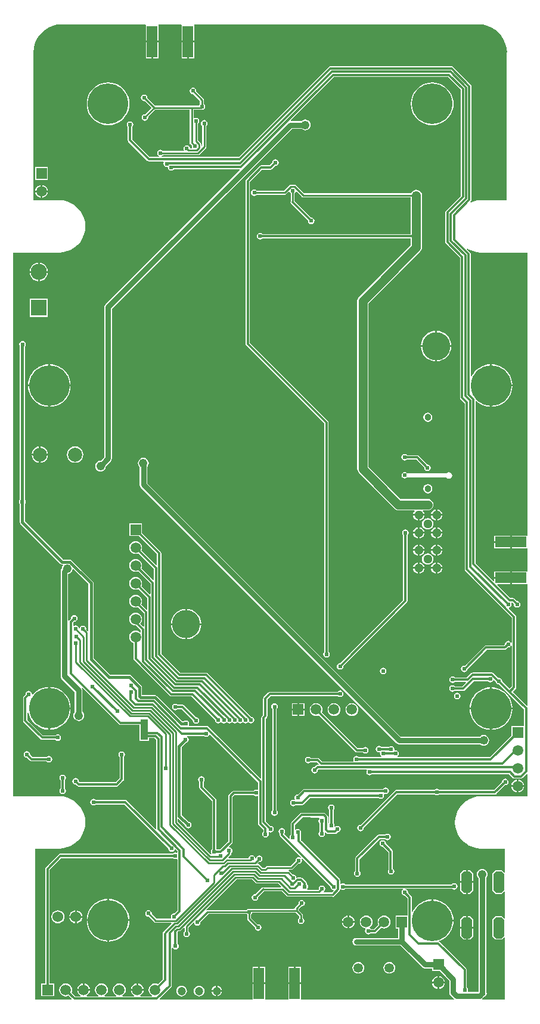
<source format=gbl>
%FSAX24Y24*%
%MOIN*%
G70*
G01*
G75*
G04 Layer_Physical_Order=2*
G04 Layer_Color=16711680*
%ADD10R,0.0236X0.0236*%
%ADD11R,0.0591X0.1614*%
%ADD12R,0.0591X0.1772*%
%ADD13R,0.0413X0.0866*%
%ADD14R,0.0236X0.0236*%
%ADD15R,0.0472X0.0709*%
%ADD16R,0.0984X0.0984*%
%ADD17O,0.0315X0.0098*%
%ADD18O,0.0098X0.0315*%
%ADD19R,0.0413X0.0591*%
%ADD20R,0.1614X0.0591*%
%ADD21R,0.1772X0.0591*%
%ADD22R,0.0866X0.0413*%
%ADD23O,0.0138X0.0315*%
%ADD24O,0.0315X0.0138*%
%ADD25R,0.0295X0.0118*%
%ADD26R,0.0413X0.0709*%
%ADD27R,0.0315X0.0374*%
%ADD28R,0.1319X0.0965*%
%ADD29R,0.0374X0.0315*%
%ADD30R,0.0591X0.0591*%
%ADD31R,0.0591X0.0591*%
%ADD32O,0.0236X0.0886*%
%ADD33R,0.1024X0.0925*%
%ADD34R,0.0965X0.1319*%
%ADD35R,0.0591X0.0413*%
%ADD36R,0.0110X0.0110*%
%ADD37R,0.0140X0.0140*%
%ADD38R,0.0236X0.0413*%
%ADD39R,0.0354X0.0295*%
%ADD40R,0.0709X0.2953*%
%ADD41R,0.0197X0.1220*%
%ADD42R,0.0787X0.0984*%
%ADD43R,0.0787X0.1299*%
%ADD44R,0.0236X0.0551*%
%ADD45R,0.0433X0.0571*%
%ADD46O,0.0689X0.0217*%
%ADD47O,0.0217X0.0689*%
%ADD48R,0.0295X0.0354*%
%ADD49R,0.0433X0.0748*%
%ADD50R,0.0571X0.0433*%
%ADD51R,0.0394X0.0118*%
%ADD52R,0.0276X0.0118*%
%ADD53R,0.0709X0.0472*%
%ADD54R,0.0610X0.0236*%
%ADD55R,0.0591X0.1102*%
%ADD56R,0.0197X0.0315*%
%ADD57O,0.0177X0.0827*%
%ADD58O,0.0236X0.1358*%
%ADD59R,0.2032X0.1890*%
%ADD60R,0.0236X0.0197*%
%ADD61R,0.0846X0.0984*%
%ADD62R,0.0551X0.0236*%
%ADD63R,0.0709X0.0413*%
%ADD64R,0.0394X0.0138*%
%ADD65R,0.1850X0.1713*%
%ADD66R,0.0579X0.0291*%
%ADD67C,0.0120*%
%ADD68C,0.0100*%
%ADD69C,0.0200*%
%ADD70C,0.0500*%
%ADD71C,0.0300*%
%ADD72C,0.0080*%
%ADD73C,0.0150*%
%ADD74C,0.0800*%
%ADD75C,0.0580*%
%ADD76C,0.0400*%
%ADD77R,0.0091X0.0053*%
%ADD78R,0.0087X0.0171*%
%ADD79R,0.0394X0.0472*%
%ADD80R,0.1415X0.4155*%
%ADD81R,0.6957X0.3940*%
%ADD82R,0.0413X0.1161*%
%ADD83R,0.0757X0.0757*%
%ADD84R,0.0778X0.0256*%
%ADD85R,0.0028X0.0019*%
%ADD86R,0.0044X0.0024*%
%ADD87R,0.0025X0.0044*%
%ADD88R,0.0026X0.0039*%
%ADD89R,0.0029X0.0043*%
%ADD90R,0.0214X0.0034*%
%ADD91R,0.0470X0.0034*%
%ADD92R,0.0065X0.0043*%
%ADD93C,0.1575*%
%ADD94C,0.0591*%
%ADD95C,0.2264*%
%ADD96C,0.0787*%
%ADD97C,0.0532*%
%ADD98C,0.0600*%
%ADD99C,0.0906*%
%ADD100R,0.0906X0.0906*%
%ADD101C,0.0472*%
G04:AMPARAMS|DCode=102|XSize=120mil|YSize=60mil|CornerRadius=0mil|HoleSize=0mil|Usage=FLASHONLY|Rotation=90.000|XOffset=0mil|YOffset=0mil|HoleType=Round|Shape=Octagon|*
%AMOCTAGOND102*
4,1,8,0.0150,0.0600,-0.0150,0.0600,-0.0300,0.0450,-0.0300,-0.0450,-0.0150,-0.0600,0.0150,-0.0600,0.0300,-0.0450,0.0300,0.0450,0.0150,0.0600,0.0*
%
%ADD102OCTAGOND102*%

%ADD103C,0.0512*%
%ADD104C,0.0240*%
%ADD105C,0.0480*%
%ADD106C,0.0260*%
%ADD107C,0.0380*%
%ADD108R,0.0061X0.0050*%
G36*
X-010162Y003781D02*
Y001169D01*
X-010208Y001150D01*
X-010298Y001240D01*
X-010293Y001261D01*
X-010307Y001331D01*
X-010347Y001390D01*
X-010407Y001430D01*
X-010477Y001444D01*
X-010547Y001430D01*
X-010607Y001390D01*
X-010646Y001331D01*
X-010652Y001304D01*
X-010702D01*
X-010711Y001350D01*
X-010751Y001410D01*
X-010810Y001450D01*
X-010880Y001464D01*
X-010951Y001450D01*
X-010970Y001437D01*
X-011014Y001461D01*
Y001623D01*
X-010968Y001669D01*
X-010959Y001668D01*
X-010889Y001682D01*
X-010829Y001721D01*
X-010790Y001781D01*
X-010776Y001851D01*
X-010790Y001921D01*
X-010829Y001981D01*
X-010889Y002021D01*
X-010959Y002035D01*
X-011029Y002021D01*
X-011089Y001981D01*
X-011129Y001921D01*
X-011143Y001851D01*
X-011141Y001842D01*
X-011223Y001760D01*
X-011247Y001724D01*
X-011295Y001739D01*
Y004342D01*
X-011275Y004344D01*
X-011202Y004374D01*
X-011139Y004423D01*
X-011091Y004485D01*
X-011061Y004558D01*
X-011054Y004610D01*
X-011006Y004626D01*
X-010162Y003781D01*
D02*
G37*
G36*
X011137Y022477D02*
X011349Y022389D01*
X011572Y022335D01*
X011801Y022317D01*
Y022320D01*
X014389D01*
Y019577D01*
X014389Y019577D01*
X014389D01*
Y006485D01*
X013520D01*
Y006130D01*
Y005775D01*
X014389D01*
Y004485D01*
X013520D01*
Y004130D01*
Y003775D01*
X014389D01*
Y-003013D01*
X014343Y-003032D01*
X013588Y-002277D01*
Y-002227D01*
X013727Y-002089D01*
X013753Y-002049D01*
X013753Y-002049D01*
X013753Y-002049D01*
X013762Y-002002D01*
Y001952D01*
X013753Y001999D01*
X013727Y002038D01*
X013358Y002407D01*
X013373Y002454D01*
X013377Y002455D01*
X013436Y002495D01*
X013476Y002555D01*
X013490Y002625D01*
X013476Y002695D01*
X013474Y002698D01*
X013492Y002731D01*
X013541Y002739D01*
X013625Y002655D01*
X013623Y002646D01*
X013637Y002576D01*
X013677Y002517D01*
X013736Y002477D01*
X013807Y002463D01*
X013877Y002477D01*
X013936Y002517D01*
X013976Y002576D01*
X013990Y002646D01*
X013976Y002717D01*
X013936Y002776D01*
X013877Y002816D01*
X013807Y002830D01*
X013798Y002828D01*
X013675Y002951D01*
X013635Y002978D01*
X013588Y002987D01*
X013435D01*
X012694Y003729D01*
X012713Y003775D01*
X013420D01*
Y004080D01*
X012524D01*
Y003963D01*
X012478Y003944D01*
X011482Y004940D01*
Y013996D01*
X011528Y014017D01*
X011649Y013913D01*
X011809Y013815D01*
X011982Y013744D01*
X012165Y013700D01*
X012302Y013689D01*
Y014881D01*
Y016072D01*
X012165Y016062D01*
X011982Y016018D01*
X011809Y015946D01*
X011649Y015848D01*
X011506Y015726D01*
X011385Y015583D01*
X011287Y015423D01*
X011271Y015387D01*
X011222Y015396D01*
Y022230D01*
X011213Y022277D01*
X011186Y022317D01*
X011001Y022502D01*
X011032Y022541D01*
X011137Y022477D01*
D02*
G37*
G36*
X003367Y-013140D02*
X003365Y-013149D01*
X003379Y-013219D01*
X003419Y-013279D01*
X003478Y-013318D01*
X003534Y-013329D01*
X003548Y-013377D01*
X003446Y-013479D01*
X002991D01*
X002977Y-013431D01*
X003030Y-013396D01*
X003069Y-013337D01*
X003083Y-013266D01*
X003069Y-013196D01*
X003030Y-013137D01*
X002970Y-013097D01*
X002900Y-013083D01*
X002830Y-013097D01*
X002770Y-013137D01*
X002730Y-013196D01*
X002716Y-013266D01*
X002719Y-013280D01*
X002687Y-013319D01*
X002094D01*
X002088Y-013310D01*
X002069Y-013275D01*
X002107Y-013219D01*
X002121Y-013149D01*
X002107Y-013079D01*
X002067Y-013019D01*
X002060Y-013014D01*
Y-012977D01*
X002050Y-012930D01*
X002024Y-012890D01*
X001812Y-012678D01*
X001772Y-012652D01*
X001726Y-012643D01*
X001527D01*
X001480Y-012652D01*
X001473Y-012642D01*
X001461Y-012580D01*
X001421Y-012521D01*
X001362Y-012481D01*
X001291Y-012467D01*
X001271Y-012471D01*
X001088Y-012288D01*
X001051Y-012264D01*
X001009Y-012256D01*
Y-012241D01*
X001044Y-012206D01*
X001177D01*
X001177Y-012206D01*
X001220Y-012197D01*
X001257Y-012173D01*
X001569Y-011860D01*
X001590Y-011865D01*
X001660Y-011851D01*
X001720Y-011811D01*
X001760Y-011751D01*
X001774Y-011681D01*
X001760Y-011611D01*
X001744Y-011588D01*
X001783Y-011556D01*
X003367Y-013140D01*
D02*
G37*
G36*
X-000674Y-007323D02*
Y-007712D01*
X-000718Y-007735D01*
X-000722Y-007733D01*
X-000792Y-007719D01*
X-000862Y-007733D01*
X-000922Y-007773D01*
X-000927Y-007780D01*
X-002032D01*
X-002079Y-007790D01*
X-002119Y-007816D01*
X-002306Y-008003D01*
X-002332Y-008043D01*
X-002341Y-008090D01*
Y-010608D01*
X-002811Y-011078D01*
X-003000D01*
X-003005Y-011070D01*
X-003012Y-011065D01*
Y-008306D01*
X-003021Y-008260D01*
X-003048Y-008220D01*
X-003721Y-007547D01*
Y-007290D01*
X-003713Y-007285D01*
X-003673Y-007225D01*
X-003660Y-007155D01*
X-003673Y-007085D01*
X-003713Y-007025D01*
X-003773Y-006985D01*
X-003843Y-006971D01*
X-003913Y-006985D01*
X-003973Y-007025D01*
X-004013Y-007085D01*
X-004027Y-007155D01*
X-004013Y-007225D01*
X-003973Y-007285D01*
X-003965Y-007290D01*
Y-007598D01*
X-003965Y-007598D01*
X-003965D01*
X-003956Y-007645D01*
X-003930Y-007684D01*
X-003257Y-008357D01*
Y-011065D01*
X-003264Y-011070D01*
X-003304Y-011130D01*
X-003318Y-011200D01*
X-003304Y-011270D01*
X-003275Y-011313D01*
X-003287Y-011334D01*
X-003336Y-011342D01*
X-005169Y-009509D01*
Y-009376D01*
X-005123Y-009357D01*
X-004762Y-009718D01*
X-004751Y-009774D01*
X-004711Y-009834D01*
X-004651Y-009874D01*
X-004581Y-009888D01*
X-004511Y-009874D01*
X-004451Y-009834D01*
X-004412Y-009774D01*
X-004398Y-009704D01*
X-004412Y-009634D01*
X-004451Y-009574D01*
X-004511Y-009534D01*
X-004567Y-009523D01*
X-004959Y-009132D01*
Y-005345D01*
X-004725Y-005111D01*
X-004668Y-005100D01*
X-004609Y-005060D01*
X-004569Y-005001D01*
X-004555Y-004930D01*
X-004569Y-004860D01*
X-004609Y-004801D01*
X-004661Y-004766D01*
X-004646Y-004718D01*
X-003702D01*
X-003697Y-004726D01*
X-003638Y-004765D01*
X-003567Y-004779D01*
X-003497Y-004765D01*
X-003438Y-004726D01*
X-003398Y-004666D01*
X-003397Y-004662D01*
X-003349Y-004648D01*
X-000674Y-007323D01*
D02*
G37*
G36*
X-011648Y035080D02*
X-006991D01*
X-006955Y035044D01*
Y034164D01*
X-006245D01*
Y035044D01*
X-006245Y035044D01*
D01*
D01*
X-006245Y035060D01*
D01*
X-006225Y035080D01*
X-004991D01*
X-004955Y035044D01*
Y034164D01*
X-004245D01*
Y035044D01*
X-004245Y035044D01*
D01*
D01*
X-004245Y035060D01*
D01*
X-004225Y035080D01*
X011647D01*
X011655Y035081D01*
X011897Y035062D01*
X012140Y035004D01*
X012371Y034908D01*
X012584Y034777D01*
X012775Y034615D01*
X012937Y034424D01*
X013068Y034211D01*
X013164Y033980D01*
X013222Y033736D01*
X013241Y033494D01*
X013240Y033487D01*
Y025237D01*
X011801D01*
Y025239D01*
X011572Y025221D01*
X011349Y025168D01*
X011227Y025117D01*
X011199Y025159D01*
X011227Y025186D01*
X011253Y025226D01*
X011262Y025273D01*
Y031620D01*
X011253Y031667D01*
X011227Y031707D01*
X010237Y032697D01*
X010197Y032723D01*
X010150Y032732D01*
X003371D01*
X003324Y032723D01*
X003284Y032697D01*
X-001750Y027662D01*
X-006050D01*
X-006060Y027710D01*
X-006000Y027750D01*
X-005988Y027768D01*
X-004035D01*
X-004035Y027768D01*
X-003992Y027776D01*
X-003956Y027801D01*
X-003611Y028146D01*
X-003611Y028146D01*
X-003586Y028182D01*
X-003586Y028182D01*
X-003586Y028182D01*
X-003578Y028225D01*
X-003578Y028225D01*
Y029408D01*
X-003560Y029420D01*
X-003520Y029480D01*
X-003506Y029550D01*
X-003520Y029620D01*
X-003560Y029680D01*
X-003620Y029720D01*
X-003690Y029734D01*
X-003760Y029720D01*
X-003820Y029680D01*
X-003860Y029620D01*
X-003874Y029550D01*
X-003860Y029480D01*
X-003820Y029420D01*
X-003802Y029408D01*
Y028308D01*
X-003844Y028280D01*
X-003855Y028285D01*
Y028365D01*
X-003855Y028365D01*
X-003863Y028408D01*
X-003888Y028445D01*
X-003888Y028445D01*
X-004037Y028595D01*
Y029526D01*
X-004020Y029538D01*
X-003980Y029597D01*
X-003966Y029667D01*
X-003980Y029738D01*
X-004020Y029797D01*
X-004079Y029837D01*
X-004150Y029851D01*
X-004220Y029837D01*
X-004234Y029828D01*
X-004278Y029851D01*
Y030303D01*
X-003887D01*
X-003887Y030303D01*
X-003856Y030309D01*
X-003817Y030301D01*
X-003747Y030315D01*
X-003687Y030355D01*
X-003648Y030415D01*
X-003634Y030485D01*
X-003648Y030555D01*
X-003687Y030615D01*
X-003705Y030626D01*
Y030850D01*
X-003705Y030850D01*
X-003714Y030893D01*
X-003738Y030929D01*
X-003738Y030929D01*
X-004143Y031334D01*
X-004139Y031355D01*
X-004153Y031425D01*
X-004192Y031485D01*
X-004252Y031524D01*
X-004322Y031538D01*
X-004392Y031524D01*
X-004452Y031485D01*
X-004492Y031425D01*
X-004506Y031355D01*
X-004492Y031285D01*
X-004452Y031225D01*
X-004392Y031185D01*
X-004322Y031171D01*
X-004301Y031175D01*
X-003929Y030803D01*
Y030626D01*
X-003947Y030615D01*
X-003987Y030555D01*
X-003992Y030527D01*
X-006428D01*
X-006867Y030966D01*
X-006866Y030968D01*
X-006880Y031038D01*
X-006920Y031097D01*
X-006980Y031137D01*
X-007050Y031151D01*
X-007120Y031137D01*
X-007180Y031097D01*
X-007220Y031038D01*
X-007234Y030968D01*
X-007220Y030897D01*
X-007180Y030838D01*
X-007120Y030798D01*
X-007050Y030784D01*
X-007010Y030792D01*
X-006658Y030440D01*
Y030390D01*
X-007006Y030042D01*
X-007070Y030030D01*
X-007130Y029990D01*
X-007170Y029930D01*
X-007184Y029860D01*
X-007170Y029790D01*
X-007130Y029730D01*
X-007070Y029690D01*
X-007000Y029676D01*
X-006930Y029690D01*
X-006870Y029730D01*
X-006830Y029790D01*
X-006816Y029860D01*
X-006825Y029905D01*
X-006428Y030303D01*
X-004502D01*
Y028463D01*
X-004502Y028463D01*
X-004494Y028420D01*
X-004469Y028384D01*
X-004376Y028291D01*
X-004380Y028270D01*
X-004366Y028200D01*
X-004364Y028196D01*
X-004388Y028152D01*
X-004481D01*
X-004490Y028200D01*
X-004530Y028260D01*
X-004590Y028300D01*
X-004660Y028314D01*
X-004730Y028300D01*
X-004790Y028260D01*
X-004830Y028200D01*
X-004844Y028130D01*
X-004830Y028060D01*
X-004814Y028036D01*
X-004837Y027992D01*
X-005988D01*
X-006000Y028010D01*
X-006060Y028050D01*
X-006130Y028064D01*
X-006200Y028050D01*
X-006260Y028010D01*
X-006300Y027950D01*
X-006314Y027880D01*
X-006300Y027810D01*
X-006260Y027750D01*
X-006200Y027710D01*
X-006210Y027662D01*
X-006739D01*
X-007718Y028641D01*
Y029325D01*
X-007710Y029330D01*
X-007670Y029390D01*
X-007656Y029460D01*
X-007670Y029530D01*
X-007710Y029590D01*
X-007770Y029630D01*
X-007840Y029644D01*
X-007910Y029630D01*
X-007970Y029590D01*
X-008010Y029530D01*
X-008024Y029460D01*
X-008010Y029390D01*
X-007970Y029330D01*
X-007962Y029325D01*
Y028590D01*
X-007962Y028590D01*
X-007962D01*
X-007953Y028543D01*
X-007927Y028503D01*
X-006877Y027453D01*
X-006837Y027427D01*
X-006790Y027418D01*
X-005960D01*
X-005936Y027374D01*
X-005948Y027356D01*
X-005962Y027286D01*
X-005948Y027216D01*
X-005908Y027156D01*
X-005849Y027116D01*
X-005778Y027102D01*
X-005755Y027107D01*
X-005713Y027079D01*
X-005700Y027010D01*
X-005660Y026950D01*
X-005600Y026910D01*
X-005530Y026896D01*
X-005460Y026910D01*
X-005400Y026950D01*
X-005382Y026978D01*
X-001719D01*
X-001700Y026931D01*
X-009221Y019411D01*
X-009267Y019341D01*
X-009284Y019259D01*
Y010878D01*
X-009488Y010674D01*
X-009566Y010663D01*
X-009639Y010633D01*
X-009702Y010585D01*
X-009750Y010523D01*
X-009780Y010450D01*
X-009790Y010371D01*
X-009780Y010293D01*
X-009750Y010220D01*
X-009702Y010157D01*
X-009639Y010109D01*
X-009566Y010079D01*
X-009488Y010069D01*
X-009409Y010079D01*
X-009336Y010109D01*
X-009274Y010157D01*
X-009226Y010220D01*
X-009195Y010293D01*
X-009185Y010371D01*
X-008918Y010638D01*
X-008872Y010708D01*
X-008872Y010708D01*
X-008872Y010708D01*
X-008855Y010790D01*
Y019171D01*
X001213Y029239D01*
X001748D01*
X001811Y029191D01*
X001884Y029161D01*
X001962Y029151D01*
X002040Y029161D01*
X002113Y029191D01*
X002176Y029239D01*
X002224Y029302D01*
X002254Y029375D01*
X002265Y029453D01*
X002254Y029532D01*
X002224Y029605D01*
X002176Y029667D01*
X002113Y029715D01*
X002040Y029746D01*
X001962Y029756D01*
X001884Y029746D01*
X001811Y029715D01*
X001748Y029667D01*
X001176D01*
X001157Y029714D01*
X003571Y032128D01*
X009950D01*
X010658Y031420D01*
Y025472D01*
X009830Y024645D01*
X009804Y024605D01*
X009794Y024559D01*
Y022904D01*
X009794Y022904D01*
X009794D01*
X009804Y022857D01*
X009830Y022818D01*
X010618Y022030D01*
Y014190D01*
X010618Y014190D01*
X010618D01*
X010627Y014143D01*
X010653Y014104D01*
X010878Y013879D01*
Y004592D01*
X010887Y004545D01*
X010913Y004505D01*
X013518Y001901D01*
Y000504D01*
X013470Y000490D01*
X013436Y000540D01*
X013377Y000580D01*
X013307Y000594D01*
X013236Y000580D01*
X013177Y000540D01*
X013137Y000480D01*
X013123Y000410D01*
X013125Y000401D01*
X013075Y000352D01*
X012069D01*
X012022Y000342D01*
X011983Y000316D01*
X010875Y-000792D01*
X010850Y-000786D01*
X010780Y-000800D01*
X010720Y-000840D01*
X010680Y-000900D01*
X010666Y-000970D01*
X010680Y-001040D01*
X010720Y-001100D01*
X010780Y-001140D01*
X010850Y-001154D01*
X010920Y-001140D01*
X010980Y-001100D01*
X011020Y-001040D01*
X011031Y-000982D01*
X012120Y000107D01*
X013126D01*
X013172Y000116D01*
X013212Y000143D01*
X013298Y000228D01*
X013307Y000227D01*
X013377Y000241D01*
X013436Y000280D01*
X013470Y000331D01*
X013518Y000316D01*
Y-001951D01*
X013390Y-002079D01*
X012981Y-001670D01*
X012984Y-001653D01*
X012970Y-001583D01*
X012930Y-001523D01*
X012871Y-001483D01*
X012801Y-001469D01*
X012763Y-001477D01*
X012492Y-001206D01*
X012453Y-001180D01*
X012406Y-001170D01*
X011323D01*
X011276Y-001180D01*
X011236Y-001206D01*
X010991Y-001451D01*
X010339D01*
X010334Y-001444D01*
X010275Y-001404D01*
X010205Y-001390D01*
X010134Y-001404D01*
X010075Y-001444D01*
X010035Y-001503D01*
X010021Y-001573D01*
X010035Y-001644D01*
X010075Y-001703D01*
X010134Y-001743D01*
X010205Y-001757D01*
X010275Y-001743D01*
X010334Y-001703D01*
X010339Y-001696D01*
X010936D01*
X010955Y-001742D01*
X010746Y-001951D01*
X010332D01*
X010327Y-001944D01*
X010267Y-001904D01*
X010197Y-001890D01*
X010127Y-001904D01*
X010067Y-001944D01*
X010027Y-002003D01*
X010013Y-002073D01*
X010027Y-002144D01*
X010067Y-002203D01*
X010127Y-002243D01*
X010197Y-002257D01*
X010267Y-002243D01*
X010327Y-002203D01*
X010332Y-002196D01*
X010797D01*
X010843Y-002186D01*
X010883Y-002160D01*
X011388Y-001655D01*
X012172D01*
X012177Y-001663D01*
X012236Y-001702D01*
X012307Y-001716D01*
X012377Y-001702D01*
X012436Y-001663D01*
X012476Y-001603D01*
X012477Y-001599D01*
X012525Y-001585D01*
X012623Y-001683D01*
X012631Y-001723D01*
X012671Y-001783D01*
X012730Y-001822D01*
X012801Y-001836D01*
X012801Y-001836D01*
X013303Y-002339D01*
X014184Y-003219D01*
Y-004162D01*
X013489D01*
Y-004699D01*
X012284Y-005904D01*
X007127D01*
X007112Y-005856D01*
X007140Y-005838D01*
X007180Y-005778D01*
X007194Y-005708D01*
X007180Y-005638D01*
X007140Y-005578D01*
X007080Y-005538D01*
X007010Y-005524D01*
X007010Y-005524D01*
X007010Y-005524D01*
D01*
X006984Y-005530D01*
X006948Y-005494D01*
X006954Y-005468D01*
D01*
X006954Y-005468D01*
X006954D01*
X006940Y-005398D01*
X006900Y-005338D01*
X006840Y-005298D01*
X006770Y-005284D01*
X006700Y-005298D01*
X006641Y-005338D01*
X006215D01*
X006210Y-005330D01*
X006150Y-005290D01*
X006080Y-005276D01*
X006010Y-005290D01*
X005950Y-005330D01*
X005910Y-005390D01*
X005896Y-005460D01*
X005910Y-005530D01*
X005950Y-005590D01*
X006010Y-005630D01*
X006080Y-005644D01*
X006107Y-005638D01*
X006143Y-005673D01*
X006137Y-005700D01*
X006151Y-005770D01*
X006191Y-005830D01*
X006230Y-005856D01*
X006216Y-005904D01*
X004970D01*
X004965Y-005897D01*
X004905Y-005857D01*
X004835Y-005843D01*
X004765Y-005857D01*
X004705Y-005897D01*
X004665Y-005956D01*
X004651Y-006026D01*
X004665Y-006097D01*
X004671Y-006105D01*
X004648Y-006149D01*
X002913D01*
X002749Y-005986D01*
X002710Y-005959D01*
X002663Y-005950D01*
X002266D01*
X002261Y-005942D01*
X002202Y-005903D01*
X002131Y-005889D01*
X002061Y-005903D01*
X002002Y-005942D01*
X001962Y-006002D01*
X001948Y-006072D01*
X001962Y-006142D01*
X002002Y-006202D01*
X002061Y-006242D01*
X002131Y-006256D01*
X002202Y-006242D01*
X002261Y-006202D01*
X002266Y-006194D01*
X002612D01*
X002715Y-006297D01*
X002696Y-006343D01*
X002653D01*
X002606Y-006353D01*
X002567Y-006379D01*
X002494Y-006451D01*
X002486Y-006450D01*
X002415Y-006464D01*
X002356Y-006503D01*
X002316Y-006563D01*
X002302Y-006633D01*
X002316Y-006703D01*
X002356Y-006763D01*
X002415Y-006803D01*
X002486Y-006817D01*
X002556Y-006803D01*
X002615Y-006763D01*
X002655Y-006703D01*
X002669Y-006633D01*
X002667Y-006624D01*
X002704Y-006588D01*
X005393D01*
X005417Y-006632D01*
X005389Y-006674D01*
X005375Y-006744D01*
X005389Y-006814D01*
X005429Y-006874D01*
X005489Y-006913D01*
X005559Y-006927D01*
X005629Y-006913D01*
X005689Y-006874D01*
X005694Y-006866D01*
X013363D01*
X013570Y-007074D01*
X013594Y-007090D01*
X013610Y-007100D01*
X013657Y-007110D01*
X013833D01*
X013836Y-007160D01*
X013844Y-007159D01*
X013852Y-007160D01*
X013855Y-007113D01*
X013855Y-007110D01*
X014021D01*
X014068Y-007100D01*
X014108Y-007074D01*
X014343Y-006839D01*
X014389Y-006858D01*
Y-008098D01*
X011801D01*
Y-008095D01*
X011572Y-008113D01*
X011349Y-008167D01*
X011137Y-008255D01*
X010942Y-008374D01*
X010768Y-008523D01*
X010619Y-008698D01*
X010499Y-008893D01*
X010411Y-009105D01*
X010358Y-009328D01*
X010340Y-009556D01*
X010358Y-009785D01*
X010411Y-010008D01*
X010499Y-010220D01*
X010619Y-010415D01*
X010768Y-010589D01*
X010942Y-010738D01*
X011137Y-010858D01*
X011349Y-010946D01*
X011572Y-010999D01*
X011801Y-011017D01*
Y-011015D01*
X011801Y-011015D01*
X013139D01*
Y-012345D01*
X013093Y-012364D01*
X012955Y-012227D01*
X012595D01*
X012415Y-012407D01*
Y-013367D01*
X012595Y-013547D01*
X012955D01*
X013093Y-013409D01*
X013139Y-013428D01*
Y-014905D01*
X013093Y-014924D01*
X012955Y-014787D01*
X012595D01*
X012415Y-014967D01*
Y-015927D01*
X012595Y-016107D01*
X012955D01*
X013093Y-015969D01*
X013139Y-015988D01*
Y-019464D01*
X011867D01*
X011853Y-019416D01*
X011862Y-019410D01*
X011961Y-019311D01*
X012005Y-019303D01*
X012064Y-019263D01*
X012104Y-019203D01*
X012118Y-019133D01*
X012104Y-019063D01*
X012080Y-019026D01*
Y-012661D01*
X012118Y-012611D01*
X012148Y-012538D01*
X012158Y-012460D01*
X012148Y-012382D01*
X012118Y-012309D01*
X012070Y-012246D01*
X012007Y-012198D01*
X011934Y-012168D01*
X011856Y-012157D01*
X011777Y-012168D01*
X011704Y-012198D01*
X011642Y-012246D01*
X011594Y-012309D01*
X011563Y-012382D01*
X011553Y-012460D01*
X011563Y-012538D01*
X011594Y-012611D01*
X011642Y-012674D01*
X011652Y-012681D01*
Y-019015D01*
X011622Y-019044D01*
X011073D01*
X011050Y-019000D01*
X011051Y-018999D01*
X011065Y-018928D01*
X011051Y-018858D01*
X011011Y-018799D01*
X011004Y-018794D01*
Y-017804D01*
X010994Y-017758D01*
X010968Y-017718D01*
X009491Y-016242D01*
X009452Y-016215D01*
X009405Y-016206D01*
X009404Y-016196D01*
X009430Y-016189D01*
X009603Y-016118D01*
X009763Y-016020D01*
X009906Y-015898D01*
X010028Y-015755D01*
X010126Y-015595D01*
X010198Y-015422D01*
X010241Y-015239D01*
X010252Y-015102D01*
X009060D01*
Y-015053D01*
X009010D01*
Y-013861D01*
X008873Y-013872D01*
X008691Y-013915D01*
X008518Y-013987D01*
X008358Y-014085D01*
X008215Y-014207D01*
X008093Y-014350D01*
X007995Y-014510D01*
X007972Y-014566D01*
X007923Y-014556D01*
Y-013749D01*
X007914Y-013702D01*
X007903Y-013687D01*
X007887Y-013663D01*
X007707Y-013482D01*
X007709Y-013474D01*
X007695Y-013403D01*
X007655Y-013344D01*
X007595Y-013304D01*
X007525Y-013290D01*
X007544Y-013271D01*
X010163D01*
X010221Y-013310D01*
X010291Y-013324D01*
X010361Y-013310D01*
X010421Y-013270D01*
X010460Y-013210D01*
X010474Y-013140D01*
X010460Y-013070D01*
X010421Y-013010D01*
X010361Y-012971D01*
X010291Y-012957D01*
X010221Y-012971D01*
X010161Y-013010D01*
X010150Y-013027D01*
X004207D01*
X004202Y-013019D01*
X004142Y-012979D01*
X004072Y-012965D01*
X004002Y-012979D01*
X003955Y-013011D01*
X003911Y-012987D01*
Y-012798D01*
X003902Y-012751D01*
X003875Y-012711D01*
X001712Y-010548D01*
Y-010168D01*
X001724Y-010108D01*
X001710Y-010037D01*
X001671Y-009978D01*
X001611Y-009938D01*
X001541Y-009924D01*
X001471Y-009938D01*
X001432Y-009964D01*
X001388Y-009940D01*
Y-009687D01*
X001809Y-009265D01*
X002717Y-009299D01*
X002750Y-009348D01*
X002710Y-009407D01*
X002696Y-009478D01*
X002710Y-009548D01*
X002750Y-009607D01*
X002757Y-009612D01*
Y-010052D01*
X002750Y-010057D01*
X002710Y-010116D01*
X002696Y-010186D01*
X002710Y-010257D01*
X002750Y-010316D01*
X002809Y-010356D01*
X002879Y-010370D01*
X002950Y-010356D01*
X003009Y-010316D01*
X003049Y-010257D01*
X003063Y-010186D01*
X003051Y-010126D01*
X003095Y-010103D01*
X003147Y-010155D01*
X003187Y-010181D01*
X003234Y-010191D01*
X003637D01*
X003684Y-010181D01*
X003724Y-010155D01*
X003724Y-010155D01*
X003724Y-010155D01*
X003756Y-010122D01*
X003765Y-010124D01*
X003835Y-010110D01*
X003895Y-010070D01*
X003935Y-010010D01*
X003949Y-009940D01*
X003935Y-009870D01*
X003895Y-009810D01*
X003835Y-009771D01*
X003765Y-009757D01*
X003695Y-009771D01*
X003636Y-009810D01*
X003595Y-009782D01*
X003604Y-009734D01*
X003590Y-009663D01*
X003550Y-009604D01*
X003543Y-009599D01*
Y-008874D01*
X003550Y-008869D01*
X003590Y-008810D01*
X003604Y-008739D01*
X003590Y-008669D01*
X003550Y-008610D01*
X003491Y-008570D01*
X003421Y-008556D01*
X003350Y-008570D01*
X003291Y-008610D01*
X003251Y-008669D01*
X003237Y-008739D01*
X003251Y-008810D01*
X003291Y-008869D01*
X003298Y-008874D01*
Y-009567D01*
X003258Y-009596D01*
X003242Y-009591D01*
Y-009255D01*
X003232Y-009208D01*
X003206Y-009169D01*
X003094Y-009056D01*
X003054Y-009030D01*
X003007Y-009021D01*
X001758D01*
X001711Y-009030D01*
X001672Y-009056D01*
X001179Y-009549D01*
X001152Y-009589D01*
X001143Y-009636D01*
Y-010258D01*
X001135Y-010263D01*
X001096Y-010323D01*
X001082Y-010393D01*
X001094Y-010453D01*
X001050Y-010477D01*
X000777Y-010204D01*
Y-010193D01*
X000785Y-010188D01*
X000825Y-010129D01*
X000839Y-010058D01*
X000825Y-009988D01*
X000785Y-009929D01*
X000725Y-009889D01*
X000655Y-009875D01*
X000585Y-009889D01*
X000525Y-009929D01*
X000485Y-009988D01*
X000471Y-010058D01*
X000485Y-010129D01*
X000525Y-010188D01*
X000533Y-010193D01*
Y-010255D01*
X000533Y-010255D01*
X000533D01*
X000542Y-010302D01*
X000568Y-010342D01*
X001715Y-011488D01*
X001683Y-011527D01*
X001660Y-011511D01*
X001590Y-011497D01*
X001520Y-011511D01*
X001460Y-011551D01*
X001420Y-011611D01*
X001407Y-011681D01*
X001411Y-011702D01*
X001131Y-011982D01*
X-000155D01*
X-000155Y-011982D01*
X-000198Y-011990D01*
X-000235Y-012014D01*
X-000235Y-012014D01*
X-000316Y-012096D01*
X-000422D01*
X-000615Y-011902D01*
X-000652Y-011878D01*
X-000695Y-011869D01*
X-000702Y-011834D01*
X-000634Y-011766D01*
X-000613Y-011770D01*
X-000542Y-011756D01*
X-000483Y-011716D01*
X-000443Y-011657D01*
X-000429Y-011586D01*
X-000443Y-011516D01*
X-000483Y-011457D01*
X-000542Y-011417D01*
X-000613Y-011403D01*
X-000683Y-011417D01*
X-000743Y-011457D01*
X-000782Y-011516D01*
X-000793Y-011569D01*
X-000843D01*
X-000856Y-011504D01*
X-000895Y-011444D01*
X-000955Y-011404D01*
X-001025Y-011390D01*
X-001095Y-011404D01*
X-001155Y-011444D01*
X-001195Y-011504D01*
X-001204Y-011549D01*
X-002316D01*
X-002336Y-011503D01*
X-002216Y-011383D01*
X-002216Y-011383D01*
X-002192Y-011347D01*
X-002192Y-011347D01*
X-002192Y-011347D01*
X-002183Y-011304D01*
X-002183Y-011304D01*
Y-011260D01*
X-002165Y-011249D01*
X-002126Y-011189D01*
X-002112Y-011119D01*
X-002126Y-011049D01*
X-002165Y-010989D01*
X-002225Y-010949D01*
X-002295Y-010935D01*
X-002305Y-010917D01*
X-002133Y-010745D01*
X-002106Y-010706D01*
X-002106Y-010706D01*
X-002106Y-010706D01*
X-002097Y-010659D01*
Y-008141D01*
X-001981Y-008025D01*
X-000927D01*
X-000922Y-008033D01*
X-000862Y-008072D01*
X-000792Y-008086D01*
X-000722Y-008072D01*
X-000718Y-008070D01*
X-000674Y-008094D01*
Y-009618D01*
X-000674Y-009618D01*
X-000674D01*
X-000665Y-009665D01*
X-000638Y-009704D01*
X-000383Y-009960D01*
Y-010081D01*
X-000390Y-010086D01*
X-000430Y-010146D01*
X-000444Y-010216D01*
X-000430Y-010286D01*
X-000390Y-010346D01*
X-000331Y-010385D01*
X-000260Y-010399D01*
X-000190Y-010385D01*
X-000131Y-010346D01*
X-000091Y-010286D01*
X-000077Y-010216D01*
X-000091Y-010146D01*
X-000104Y-010126D01*
X-000068Y-010091D01*
X-000055Y-010100D01*
X000015Y-010114D01*
X000085Y-010100D01*
X000145Y-010060D01*
X000185Y-010001D01*
X000199Y-009930D01*
X000185Y-009860D01*
X000145Y-009801D01*
X000085Y-009761D01*
X000015Y-009747D01*
X000006Y-009749D01*
X-000250Y-009493D01*
Y-003749D01*
X-000190Y-003689D01*
X-000163Y-003649D01*
X-000154Y-003603D01*
X-000154Y-003603D01*
X-000154Y-003603D01*
Y-003603D01*
Y-002681D01*
X000034Y-002492D01*
X003784D01*
X003840Y-002530D01*
X003910Y-002544D01*
X003980Y-002530D01*
X004040Y-002490D01*
X004080Y-002430D01*
X004094Y-002360D01*
X004080Y-002290D01*
X004040Y-002230D01*
X003980Y-002190D01*
X003910Y-002176D01*
X003840Y-002190D01*
X003780Y-002230D01*
X003769Y-002248D01*
X-000016D01*
X-000063Y-002257D01*
X-000079Y-002268D01*
X-000103Y-002283D01*
X-000363Y-002543D01*
X-000389Y-002583D01*
X-000399Y-002630D01*
Y-003552D01*
X-000458Y-003612D01*
X-000485Y-003651D01*
X-000494Y-003698D01*
Y-007091D01*
X-000540Y-007110D01*
X-003456Y-004194D01*
X-003496Y-004168D01*
X-003543Y-004158D01*
X-004533D01*
X-004557Y-004114D01*
X-004552Y-004108D01*
X-004538Y-004038D01*
X-004552Y-003967D01*
X-004592Y-003908D01*
X-004652Y-003868D01*
X-004722Y-003854D01*
X-004792Y-003868D01*
X-004840Y-003900D01*
X-004914D01*
X-006333Y-002481D01*
X-006378Y-002451D01*
X-006431Y-002440D01*
X-007182D01*
Y-001999D01*
X-007192Y-001946D01*
X-007222Y-001902D01*
X-007785Y-001339D01*
X-007829Y-001309D01*
X-007882Y-001299D01*
X-008963D01*
X-009887Y-000375D01*
Y003838D01*
X-009897Y003891D01*
X-009909Y003909D01*
X-009927Y003935D01*
X-009927Y003935D01*
X-011100Y005109D01*
X-011145Y005139D01*
X-011198Y005149D01*
X-011572D01*
X-013725Y007302D01*
Y008259D01*
X-013693Y008306D01*
X-013679Y008377D01*
X-013693Y008447D01*
X-013725Y008495D01*
Y017055D01*
X-013685Y017115D01*
X-013671Y017185D01*
X-013685Y017255D01*
X-013725Y017315D01*
X-013785Y017355D01*
X-013855Y017369D01*
X-013925Y017355D01*
X-013985Y017315D01*
X-014025Y017255D01*
X-014039Y017185D01*
X-014025Y017115D01*
X-014000Y017079D01*
Y008495D01*
X-014032Y008447D01*
X-014046Y008377D01*
X-014032Y008306D01*
X-014000Y008259D01*
Y007245D01*
X-014000Y007245D01*
X-014000D01*
X-013990Y007192D01*
X-013960Y007147D01*
X-011727Y004914D01*
X-011727D01*
X-011727Y004914D01*
X-011727Y004914D01*
Y004914D01*
X-011682Y004884D01*
X-011629Y004874D01*
X-011605D01*
X-011583Y004829D01*
X-011615Y004788D01*
X-011645Y004715D01*
X-011655Y004637D01*
X-011655Y004635D01*
X-011661Y004632D01*
X-011707Y004562D01*
X-011723Y004480D01*
Y-001378D01*
X-011707Y-001460D01*
X-011707Y-001460D01*
X-011707Y-001460D01*
X-011661Y-001530D01*
X-010927Y-002263D01*
Y-003381D01*
X-010965Y-003431D01*
X-010996Y-003504D01*
X-011006Y-003582D01*
X-010996Y-003660D01*
X-010965Y-003733D01*
X-010917Y-003796D01*
X-010855Y-003844D01*
X-010782Y-003874D01*
X-010703Y-003885D01*
X-010625Y-003874D01*
X-010552Y-003844D01*
X-010489Y-003796D01*
X-010441Y-003733D01*
X-010411Y-003660D01*
X-010401Y-003582D01*
X-010411Y-003504D01*
X-010441Y-003431D01*
X-010489Y-003368D01*
X-010499Y-003361D01*
Y-002174D01*
X-010515Y-002093D01*
X-010541Y-002054D01*
X-010502Y-002022D01*
X-008453Y-004072D01*
X-008453D01*
X-008453Y-004072D01*
X-008453D01*
X-008453Y-004072D01*
Y-004072D01*
X-008453Y-004072D01*
Y-004072D01*
X-008413Y-004099D01*
X-008366Y-004108D01*
X-007314D01*
Y-004940D01*
X-007294Y-004986D01*
X-007249Y-005005D01*
X-006835D01*
X-006789Y-004986D01*
X-006770Y-004940D01*
Y-004846D01*
X-006463D01*
X-006377Y-004932D01*
Y-009914D01*
X-006423Y-009933D01*
X-008018Y-008338D01*
X-008058Y-008311D01*
X-008105Y-008302D01*
X-009752D01*
X-009757Y-008295D01*
X-009816Y-008255D01*
X-009886Y-008241D01*
X-009957Y-008255D01*
X-010016Y-008295D01*
X-010056Y-008354D01*
X-010070Y-008424D01*
X-010056Y-008495D01*
X-010016Y-008554D01*
X-009957Y-008594D01*
X-009886Y-008608D01*
X-009816Y-008594D01*
X-009757Y-008554D01*
X-009752Y-008547D01*
X-008156D01*
X-005698Y-011004D01*
X-005700Y-011013D01*
X-005686Y-011083D01*
X-005646Y-011143D01*
X-005587Y-011183D01*
X-005516Y-011197D01*
X-005446Y-011183D01*
X-005387Y-011143D01*
X-005347Y-011083D01*
X-005346Y-011079D01*
X-005298Y-011065D01*
X-005192Y-011171D01*
Y-011236D01*
X-005236Y-011259D01*
X-005239Y-011257D01*
X-005310Y-011243D01*
X-005380Y-011257D01*
X-005439Y-011297D01*
X-005444Y-011304D01*
X-011737D01*
X-011784Y-011313D01*
X-011823Y-011340D01*
X-012546Y-012062D01*
X-012572Y-012102D01*
X-012581Y-012149D01*
Y-018567D01*
X-012795D01*
Y-019278D01*
X-012084D01*
Y-018567D01*
X-012337D01*
Y-012199D01*
X-011686Y-011549D01*
X-005444D01*
X-005439Y-011556D01*
X-005380Y-011596D01*
X-005310Y-011610D01*
X-005239Y-011596D01*
X-005236Y-011594D01*
X-005192Y-011617D01*
Y-014470D01*
X-005359Y-014637D01*
X-005368Y-014635D01*
X-005438Y-014649D01*
X-005498Y-014689D01*
X-005537Y-014749D01*
X-005551Y-014819D01*
X-005537Y-014889D01*
X-005535Y-014893D01*
X-005559Y-014937D01*
X-006355D01*
X-006626Y-014666D01*
X-006622Y-014645D01*
X-006636Y-014575D01*
X-006676Y-014515D01*
X-006735Y-014475D01*
X-006806Y-014461D01*
X-006876Y-014475D01*
X-006935Y-014515D01*
X-006975Y-014575D01*
X-006989Y-014645D01*
X-006975Y-014715D01*
X-006935Y-014775D01*
X-006876Y-014814D01*
X-006806Y-014828D01*
X-006785Y-014824D01*
X-006481Y-015128D01*
X-006481Y-015128D01*
X-006445Y-015152D01*
X-006402Y-015161D01*
X-006402Y-015161D01*
X-005529D01*
X-005510Y-015207D01*
X-005970Y-015667D01*
X-005994Y-015703D01*
X-006002Y-015746D01*
X-006002Y-015746D01*
Y-015751D01*
X-006003Y-015752D01*
X-006013Y-015799D01*
Y-018323D01*
X-006290Y-018600D01*
X-006347Y-018576D01*
X-006440Y-018564D01*
X-006532Y-018576D01*
X-006619Y-018612D01*
X-006693Y-018669D01*
X-006750Y-018743D01*
X-006786Y-018830D01*
X-006798Y-018922D01*
X-006786Y-019015D01*
X-006750Y-019102D01*
X-006693Y-019176D01*
X-006619Y-019233D01*
X-006614Y-019235D01*
X-006624Y-019284D01*
X-007255D01*
X-007265Y-019235D01*
X-007260Y-019233D01*
X-007186Y-019176D01*
X-007129Y-019102D01*
X-007093Y-019015D01*
X-007088Y-018973D01*
X-007791D01*
X-007786Y-019015D01*
X-007750Y-019102D01*
X-007693Y-019176D01*
X-007619Y-019233D01*
X-007614Y-019235D01*
X-007624Y-019284D01*
X-008255D01*
X-008265Y-019235D01*
X-008260Y-019233D01*
X-008186Y-019176D01*
X-008129Y-019102D01*
X-008093Y-019015D01*
X-008081Y-018922D01*
X-008093Y-018830D01*
X-008129Y-018743D01*
X-008186Y-018669D01*
X-008260Y-018612D01*
X-008347Y-018576D01*
X-008440Y-018564D01*
X-008532Y-018576D01*
X-008619Y-018612D01*
X-008693Y-018669D01*
X-008750Y-018743D01*
X-008786Y-018830D01*
X-008798Y-018922D01*
X-008786Y-019015D01*
X-008750Y-019102D01*
X-008693Y-019176D01*
X-008619Y-019233D01*
X-008614Y-019235D01*
X-008624Y-019284D01*
X-009255D01*
X-009265Y-019235D01*
X-009260Y-019233D01*
X-009186Y-019176D01*
X-009129Y-019102D01*
X-009093Y-019015D01*
X-009081Y-018922D01*
X-009093Y-018830D01*
X-009129Y-018743D01*
X-009186Y-018669D01*
X-009260Y-018612D01*
X-009347Y-018576D01*
X-009440Y-018564D01*
X-009532Y-018576D01*
X-009619Y-018612D01*
X-009693Y-018669D01*
X-009750Y-018743D01*
X-009786Y-018830D01*
X-009798Y-018922D01*
X-009786Y-019015D01*
X-009750Y-019102D01*
X-009693Y-019176D01*
X-009619Y-019233D01*
X-009614Y-019235D01*
X-009624Y-019284D01*
X-010255D01*
X-010265Y-019235D01*
X-010260Y-019233D01*
X-010186Y-019176D01*
X-010129Y-019102D01*
X-010093Y-019015D01*
X-010088Y-018973D01*
X-010791D01*
X-010786Y-019015D01*
X-010750Y-019102D01*
X-010693Y-019176D01*
X-010619Y-019233D01*
X-010614Y-019235D01*
X-010624Y-019284D01*
X-010905D01*
X-011117Y-019072D01*
X-011093Y-019015D01*
X-011081Y-018922D01*
X-011093Y-018830D01*
X-011129Y-018743D01*
X-011186Y-018669D01*
X-011260Y-018612D01*
X-011347Y-018576D01*
X-011440Y-018564D01*
X-011532Y-018576D01*
X-011619Y-018612D01*
X-011693Y-018669D01*
X-011750Y-018743D01*
X-011786Y-018830D01*
X-011798Y-018922D01*
X-011786Y-019015D01*
X-011750Y-019102D01*
X-011693Y-019176D01*
X-011619Y-019233D01*
X-011532Y-019269D01*
X-011440Y-019281D01*
X-011347Y-019269D01*
X-011290Y-019245D01*
X-011117Y-019418D01*
X-011136Y-019464D01*
X-013140D01*
Y-011015D01*
X-011802D01*
X-011802Y-011015D01*
Y-011017D01*
X-011573Y-010999D01*
X-011350Y-010946D01*
X-011138Y-010858D01*
X-010943Y-010738D01*
X-010769Y-010589D01*
X-010620Y-010415D01*
X-010500Y-010220D01*
X-010412Y-010008D01*
X-010359Y-009785D01*
X-010341Y-009556D01*
X-010359Y-009328D01*
X-010412Y-009105D01*
X-010500Y-008893D01*
X-010620Y-008698D01*
X-010769Y-008523D01*
X-010943Y-008374D01*
X-011138Y-008255D01*
X-011350Y-008167D01*
X-011573Y-008113D01*
X-011802Y-008095D01*
Y-008098D01*
X-014390D01*
Y019577D01*
X-014390Y019577D01*
X-014390Y019577D01*
Y019577D01*
Y022320D01*
X-011802D01*
Y022317D01*
X-011573Y022335D01*
X-011350Y022389D01*
X-011138Y022477D01*
X-010943Y022596D01*
X-010769Y022745D01*
X-010620Y022920D01*
X-010500Y023115D01*
X-010412Y023327D01*
X-010359Y023550D01*
X-010341Y023778D01*
X-010359Y024007D01*
X-010412Y024230D01*
X-010500Y024442D01*
X-010620Y024637D01*
X-010769Y024811D01*
X-010943Y024960D01*
X-011138Y025080D01*
X-011350Y025168D01*
X-011573Y025221D01*
X-011802Y025239D01*
Y025237D01*
X-013241D01*
Y033487D01*
X-013242Y033494D01*
X-013223Y033736D01*
X-013165Y033980D01*
X-013069Y034211D01*
X-012938Y034424D01*
X-012776Y034615D01*
X-012585Y034777D01*
X-012372Y034908D01*
X-012141Y035004D01*
X-011898Y035062D01*
X-011656Y035081D01*
X-011648Y035080D01*
D02*
G37*
G36*
X-000825Y-012946D02*
X-000825Y-012946D01*
X-000788Y-012970D01*
X-000788Y-012970D01*
X-000788Y-012970D01*
D01*
X-000788Y-012970D01*
X-000788Y-012970D01*
X-000745Y-012978D01*
X-000745Y-012978D01*
X000458D01*
X000615Y-013135D01*
X000596Y-013182D01*
X-000345D01*
X-000346Y-013181D01*
X-000393Y-013171D01*
X-000440Y-013181D01*
X-000479Y-013207D01*
X-000839Y-013567D01*
X-000848Y-013565D01*
X-000918Y-013579D01*
X-000978Y-013619D01*
X-001017Y-013679D01*
X-001031Y-013749D01*
X-001017Y-013819D01*
X-000978Y-013879D01*
X-000918Y-013918D01*
X-000848Y-013932D01*
X-000777Y-013918D01*
X-000718Y-013879D01*
X-000678Y-013819D01*
X-000664Y-013749D01*
X-000666Y-013740D01*
X-000332Y-013406D01*
X000646D01*
X000910Y-013671D01*
X000910Y-013671D01*
X000947Y-013695D01*
X000990Y-013703D01*
X000990Y-013703D01*
X003459D01*
X003460Y-013704D01*
X003507Y-013714D01*
X003554Y-013704D01*
X003594Y-013678D01*
X003875Y-013396D01*
X003902Y-013357D01*
X003911Y-013310D01*
X003989Y-013310D01*
X004002Y-013318D01*
X004072Y-013332D01*
X004142Y-013318D01*
X004202Y-013279D01*
X004207Y-013271D01*
X007418D01*
X007432Y-013319D01*
X007395Y-013344D01*
X007355Y-013403D01*
X007342Y-013474D01*
X007355Y-013544D01*
X007395Y-013603D01*
X007455Y-013643D01*
X007525Y-013657D01*
X007534Y-013655D01*
X007678Y-013800D01*
Y-014770D01*
X007012D01*
Y-015481D01*
X007153D01*
Y-016015D01*
X004809D01*
X004727Y-016032D01*
X004657Y-016078D01*
X004611Y-016148D01*
X004594Y-016230D01*
X004611Y-016312D01*
X004657Y-016381D01*
X004727Y-016427D01*
X004809Y-016444D01*
X007279D01*
X008496Y-017661D01*
X008565Y-017707D01*
X008565Y-017707D01*
X008565Y-017707D01*
D01*
X008565Y-017707D01*
X008565Y-017707D01*
X008647Y-017723D01*
X009060D01*
Y-017864D01*
X009467D01*
X010011Y-018408D01*
Y-019064D01*
X010027Y-019146D01*
X010027Y-019146D01*
X010027Y-019146D01*
X010073Y-019215D01*
X010268Y-019410D01*
X010277Y-019416D01*
X010263Y-019464D01*
X001718D01*
Y-018610D01*
X001007D01*
Y-019464D01*
X-000282D01*
Y-018610D01*
X-000993D01*
Y-019464D01*
X-006155D01*
X-006174Y-019418D01*
X-005531Y-018775D01*
X-005505Y-018735D01*
X-005495Y-018688D01*
Y-016589D01*
X-005448Y-016575D01*
X-005425Y-016609D01*
X-005365Y-016648D01*
X-005295Y-016662D01*
X-005225Y-016648D01*
X-005165Y-016609D01*
X-005126Y-016549D01*
X-005112Y-016479D01*
X-005126Y-016409D01*
X-005165Y-016349D01*
X-005173Y-016344D01*
Y-015658D01*
X-005156Y-015641D01*
X-005074D01*
X-005074Y-015641D01*
X-005031Y-015632D01*
X-004994Y-015608D01*
X-004834Y-015447D01*
X-004787Y-015466D01*
Y-015640D01*
X-004805Y-015652D01*
X-004845Y-015711D01*
X-004859Y-015781D01*
X-004845Y-015852D01*
X-004805Y-015911D01*
X-004745Y-015951D01*
X-004675Y-015965D01*
X-004605Y-015951D01*
X-004545Y-015911D01*
X-004506Y-015852D01*
X-004492Y-015781D01*
X-004506Y-015711D01*
X-004545Y-015652D01*
X-004563Y-015640D01*
Y-015415D01*
X-004306Y-015158D01*
X-004258Y-015173D01*
X-004250Y-015217D01*
X-004210Y-015276D01*
X-004150Y-015316D01*
X-004080Y-015330D01*
X-004010Y-015316D01*
X-003950Y-015276D01*
X-003911Y-015217D01*
X-003897Y-015146D01*
X-003901Y-015125D01*
X-003454Y-014678D01*
X-001322D01*
X-001310Y-014696D01*
X-001292Y-014708D01*
Y-014931D01*
X-001292Y-014931D01*
X-001284Y-014974D01*
X-001260Y-015011D01*
X-000855Y-015416D01*
X-000859Y-015436D01*
X-000845Y-015507D01*
X-000805Y-015566D01*
X-000745Y-015606D01*
X-000675Y-015620D01*
X-000605Y-015606D01*
X-000545Y-015566D01*
X-000506Y-015507D01*
X-000492Y-015436D01*
X-000506Y-015366D01*
X-000545Y-015307D01*
X-000605Y-015267D01*
X-000675Y-015253D01*
X-000696Y-015257D01*
X-001068Y-014885D01*
Y-014708D01*
X-001050Y-014696D01*
X-001011Y-014637D01*
X-001005Y-014608D01*
X001431D01*
X001612Y-014790D01*
Y-014907D01*
X001595Y-014919D01*
X001555Y-014978D01*
X001541Y-015048D01*
X001555Y-015119D01*
X001595Y-015178D01*
X001654Y-015218D01*
X001725Y-015232D01*
X001795Y-015218D01*
X001854Y-015178D01*
X001894Y-015119D01*
X001908Y-015048D01*
X001894Y-014978D01*
X001854Y-014919D01*
X001837Y-014907D01*
Y-014744D01*
X001837Y-014744D01*
X001828Y-014701D01*
X001804Y-014664D01*
X001804Y-014664D01*
X001589Y-014450D01*
Y-014413D01*
X001746Y-014256D01*
X001767Y-014260D01*
X001838Y-014246D01*
X001897Y-014206D01*
X001937Y-014147D01*
X001951Y-014076D01*
X001937Y-014006D01*
X001897Y-013947D01*
X001838Y-013907D01*
X001767Y-013893D01*
X001697Y-013907D01*
X001637Y-013947D01*
X001598Y-014006D01*
X001584Y-014076D01*
X001588Y-014097D01*
X001398Y-014287D01*
X001374Y-014323D01*
X001365Y-014366D01*
X001276Y-014384D01*
X-001110D01*
X-001110Y-014384D01*
X-001142Y-014390D01*
X-001180Y-014383D01*
X-001250Y-014397D01*
X-001310Y-014437D01*
X-001322Y-014454D01*
X-003500D01*
X-003500Y-014454D01*
X-003543Y-014463D01*
X-003566Y-014418D01*
X-001884Y-012736D01*
X-001034D01*
X-000825Y-012946D01*
D02*
G37*
%LPC*%
G36*
X013143Y-007111D02*
X013073Y-007125D01*
X013013Y-007165D01*
X012973Y-007224D01*
X012960Y-007295D01*
X012961Y-007303D01*
X012520Y-007745D01*
X009469D01*
X009456Y-007725D01*
X009396Y-007686D01*
X009326Y-007672D01*
X009256Y-007686D01*
X009196Y-007725D01*
X009184Y-007745D01*
X007049D01*
X007002Y-007754D01*
X006962Y-007781D01*
X005053Y-009690D01*
X005045Y-009688D01*
X004975Y-009702D01*
X004915Y-009742D01*
X004875Y-009801D01*
X004861Y-009871D01*
X004875Y-009942D01*
X004915Y-010001D01*
X004975Y-010041D01*
X005045Y-010055D01*
X005115Y-010041D01*
X005175Y-010001D01*
X005214Y-009942D01*
X005228Y-009871D01*
X005227Y-009863D01*
X007100Y-007990D01*
X009203D01*
X009256Y-008025D01*
X009326Y-008039D01*
X009396Y-008025D01*
X009449Y-007990D01*
X012570D01*
X012617Y-007980D01*
X012657Y-007954D01*
X012657Y-007954D01*
X012657Y-007954D01*
X013134Y-007476D01*
X013143Y-007478D01*
X013213Y-007464D01*
X013273Y-007424D01*
X013313Y-007365D01*
X013327Y-007295D01*
X013313Y-007224D01*
X013273Y-007165D01*
X013213Y-007125D01*
X013143Y-007111D01*
D02*
G37*
G36*
X014196Y-007567D02*
X013894D01*
Y-007869D01*
X013937Y-007863D01*
X014023Y-007827D01*
X014097Y-007770D01*
X014154Y-007696D01*
X014190Y-007610D01*
X014196Y-007567D01*
D02*
G37*
G36*
X-008302Y-005583D02*
X-008372Y-005597D01*
X-008431Y-005637D01*
X-008471Y-005697D01*
X-008485Y-005767D01*
X-008471Y-005837D01*
X-008431Y-005897D01*
X-008424Y-005902D01*
Y-007094D01*
X-008632Y-007302D01*
X-010659D01*
X-010699Y-007262D01*
X-010697Y-007253D01*
X-010711Y-007183D01*
X-010751Y-007123D01*
X-010810Y-007084D01*
X-010880Y-007070D01*
X-010951Y-007084D01*
X-011010Y-007123D01*
X-011050Y-007183D01*
X-011064Y-007253D01*
X-011050Y-007323D01*
X-011010Y-007383D01*
X-010951Y-007423D01*
X-010880Y-007437D01*
X-010872Y-007435D01*
X-010796Y-007511D01*
X-010756Y-007537D01*
X-010709Y-007547D01*
X-008581D01*
X-008534Y-007537D01*
X-008495Y-007511D01*
X-008495Y-007511D01*
X-008495Y-007511D01*
X-008215Y-007231D01*
X-008189Y-007192D01*
X-008179Y-007145D01*
X-008179Y-007145D01*
X-008179Y-007145D01*
Y-007145D01*
Y-005902D01*
X-008172Y-005897D01*
X-008132Y-005837D01*
X-008118Y-005767D01*
X-008132Y-005697D01*
X-008172Y-005637D01*
X-008231Y-005597D01*
X-008302Y-005583D01*
D02*
G37*
G36*
X-013607Y-005574D02*
X-013677Y-005588D01*
X-013737Y-005627D01*
X-013776Y-005687D01*
X-013790Y-005757D01*
X-013776Y-005827D01*
X-013737Y-005887D01*
X-013677Y-005927D01*
X-013607Y-005941D01*
X-013598Y-005939D01*
X-013428Y-006109D01*
X-013388Y-006136D01*
X-013388Y-006136D01*
X-013388Y-006136D01*
D01*
X-013388Y-006136D01*
X-013388Y-006136D01*
X-013341Y-006145D01*
X-012511D01*
X-012506Y-006153D01*
X-012447Y-006192D01*
X-012377Y-006206D01*
X-012306Y-006192D01*
X-012247Y-006153D01*
X-012207Y-006093D01*
X-012193Y-006023D01*
X-012207Y-005953D01*
X-012247Y-005893D01*
X-012306Y-005853D01*
X-012377Y-005839D01*
X-012447Y-005853D01*
X-012506Y-005893D01*
X-012511Y-005901D01*
X-013290D01*
X-013425Y-005766D01*
X-013423Y-005757D01*
X-013437Y-005687D01*
X-013477Y-005627D01*
X-013537Y-005588D01*
X-013607Y-005574D01*
D02*
G37*
G36*
X013794Y-007165D02*
X013751Y-007171D01*
X013665Y-007207D01*
X013591Y-007264D01*
X013534Y-007338D01*
X013498Y-007424D01*
X013492Y-007467D01*
X013794D01*
Y-007165D01*
D02*
G37*
G36*
X013894D02*
Y-007467D01*
X014196D01*
X014190Y-007424D01*
X014154Y-007338D01*
X014097Y-007264D01*
X014023Y-007207D01*
X013937Y-007171D01*
X013894Y-007165D01*
D02*
G37*
G36*
X013794Y-007567D02*
X013492D01*
X013498Y-007610D01*
X013534Y-007696D01*
X013591Y-007770D01*
X013665Y-007827D01*
X013751Y-007863D01*
X013794Y-007869D01*
Y-007567D01*
D02*
G37*
G36*
X010945Y-012227D02*
X010815D01*
X010635Y-012407D01*
Y-012837D01*
X010945D01*
Y-012227D01*
D02*
G37*
G36*
X011175D02*
X011045D01*
Y-012837D01*
X011355D01*
Y-012407D01*
X011175Y-012227D01*
D02*
G37*
G36*
X010945Y-012937D02*
X010635D01*
Y-013367D01*
X010815Y-013547D01*
X010945D01*
Y-012937D01*
D02*
G37*
G36*
X011355D02*
X011045D01*
Y-013547D01*
X011175D01*
X011355Y-013367D01*
Y-012937D01*
D02*
G37*
G36*
X006295Y-010554D02*
X006225Y-010568D01*
X006165Y-010608D01*
X006125Y-010667D01*
X006111Y-010737D01*
X006125Y-010808D01*
X006165Y-010867D01*
X006225Y-010907D01*
X006295Y-010921D01*
X006303Y-010919D01*
X006615Y-011231D01*
Y-012193D01*
X006596Y-012223D01*
X006582Y-012293D01*
X006596Y-012363D01*
X006635Y-012423D01*
X006695Y-012462D01*
X006765Y-012476D01*
X006835Y-012462D01*
X006895Y-012423D01*
X006935Y-012363D01*
X006949Y-012293D01*
X006935Y-012223D01*
X006895Y-012163D01*
X006860Y-012140D01*
Y-011180D01*
X006851Y-011134D01*
X006824Y-011094D01*
X006477Y-010746D01*
X006478Y-010737D01*
X006464Y-010667D01*
X006425Y-010608D01*
X006365Y-010568D01*
X006295Y-010554D01*
D02*
G37*
G36*
X-011599Y-006883D02*
X-011669Y-006897D01*
X-011729Y-006936D01*
X-011769Y-006996D01*
X-011782Y-007066D01*
X-011769Y-007136D01*
X-011729Y-007196D01*
X-011721Y-007201D01*
Y-007650D01*
X-011729Y-007655D01*
X-011769Y-007714D01*
X-011782Y-007785D01*
X-011769Y-007855D01*
X-011729Y-007914D01*
X-011669Y-007954D01*
X-011599Y-007968D01*
X-011529Y-007954D01*
X-011469Y-007914D01*
X-011429Y-007855D01*
X-011415Y-007785D01*
X-011429Y-007714D01*
X-011469Y-007655D01*
X-011477Y-007650D01*
Y-007201D01*
X-011469Y-007196D01*
X-011429Y-007136D01*
X-011415Y-007066D01*
X-011429Y-006996D01*
X-011469Y-006936D01*
X-011529Y-006897D01*
X-011599Y-006883D01*
D02*
G37*
G36*
X006462Y-007601D02*
X006392Y-007615D01*
X006332Y-007655D01*
X006312Y-007686D01*
X001901D01*
X001854Y-007695D01*
X001815Y-007722D01*
X001550Y-007987D01*
X001541Y-007985D01*
X001471Y-007999D01*
X001411Y-008039D01*
X001371Y-008098D01*
X001357Y-008169D01*
X001371Y-008239D01*
X001379Y-008250D01*
X001351Y-008291D01*
X001295Y-008280D01*
X001225Y-008294D01*
X001165Y-008334D01*
X001125Y-008394D01*
X001111Y-008464D01*
X001125Y-008534D01*
X001165Y-008594D01*
X001225Y-008633D01*
X001295Y-008647D01*
X001365Y-008633D01*
X001425Y-008594D01*
X001429Y-008586D01*
X001787D01*
X001834Y-008577D01*
X001873Y-008550D01*
X001873Y-008550D01*
X001873Y-008550D01*
X002241Y-008183D01*
X006052D01*
X006057Y-008190D01*
X006116Y-008230D01*
X006186Y-008244D01*
X006257Y-008230D01*
X006316Y-008190D01*
X006356Y-008131D01*
X006370Y-008060D01*
X006356Y-007990D01*
X006355Y-007989D01*
X006390Y-007953D01*
X006392Y-007954D01*
X006462Y-007968D01*
X006532Y-007954D01*
X006592Y-007914D01*
X006632Y-007855D01*
X006646Y-007785D01*
X006632Y-007714D01*
X006592Y-007655D01*
X006532Y-007615D01*
X006462Y-007601D01*
D02*
G37*
G36*
X006557Y-010180D02*
X006487Y-010194D01*
X006427Y-010234D01*
X006423Y-010241D01*
X006085D01*
X006038Y-010251D01*
X005998Y-010277D01*
X004786Y-011490D01*
X004759Y-011529D01*
X004750Y-011576D01*
Y-012279D01*
X004742Y-012284D01*
X004703Y-012344D01*
X004689Y-012414D01*
X004703Y-012484D01*
X004742Y-012544D01*
X004802Y-012583D01*
X004872Y-012597D01*
X004942Y-012583D01*
X005002Y-012544D01*
X005042Y-012484D01*
X005056Y-012414D01*
X005042Y-012344D01*
X005002Y-012284D01*
X004995Y-012279D01*
Y-011627D01*
X006135Y-010486D01*
X006423D01*
X006427Y-010494D01*
X006487Y-010533D01*
X006557Y-010547D01*
X006628Y-010533D01*
X006687Y-010494D01*
X006727Y-010434D01*
X006741Y-010364D01*
X006727Y-010294D01*
X006687Y-010234D01*
X006628Y-010194D01*
X006557Y-010180D01*
D02*
G37*
G36*
X000242Y-002896D02*
X000171Y-002910D01*
X000112Y-002950D01*
X000072Y-003010D01*
X000058Y-003080D01*
X000072Y-003150D01*
X000112Y-003210D01*
X000119Y-003215D01*
Y-008870D01*
X000112Y-008875D01*
X000072Y-008935D01*
X000058Y-009005D01*
X000072Y-009075D01*
X000112Y-009135D01*
X000171Y-009175D01*
X000242Y-009189D01*
X000312Y-009175D01*
X000371Y-009135D01*
X000411Y-009075D01*
X000425Y-009005D01*
X000411Y-008935D01*
X000371Y-008875D01*
X000364Y-008870D01*
Y-003215D01*
X000371Y-003210D01*
X000411Y-003150D01*
X000425Y-003080D01*
X000411Y-003010D01*
X000371Y-002950D01*
X000312Y-002910D01*
X000242Y-002896D01*
D02*
G37*
G36*
X012302Y-001995D02*
X012165Y-002005D01*
X011982Y-002049D01*
X011809Y-002121D01*
X011649Y-002219D01*
X011506Y-002341D01*
X011385Y-002484D01*
X011287Y-002643D01*
X011215Y-002817D01*
X011171Y-002999D01*
X011160Y-003136D01*
X012302D01*
Y-001995D01*
D02*
G37*
G36*
X012402D02*
Y-003136D01*
X013543D01*
X013533Y-002999D01*
X013489Y-002817D01*
X013417Y-002643D01*
X013319Y-002484D01*
X013197Y-002341D01*
X013055Y-002219D01*
X012895Y-002121D01*
X012721Y-002049D01*
X012539Y-002005D01*
X012402Y-001995D01*
D02*
G37*
G36*
X001515Y-002885D02*
X001210D01*
Y-003190D01*
X001515D01*
Y-002885D01*
D02*
G37*
G36*
X001921D02*
X001615D01*
Y-003190D01*
X001921D01*
Y-002885D01*
D02*
G37*
G36*
X-012303Y-001987D02*
Y-003128D01*
X-011161D01*
X-011172Y-002991D01*
X-011216Y-002809D01*
X-011288Y-002636D01*
X-011386Y-002476D01*
X-011507Y-002333D01*
X-011650Y-002211D01*
X-011810Y-002113D01*
X-011983Y-002041D01*
X-012166Y-001998D01*
X-012303Y-001987D01*
D02*
G37*
G36*
X006321Y-000904D02*
X006251Y-000918D01*
X006191Y-000957D01*
X006151Y-001017D01*
X006137Y-001087D01*
X006151Y-001157D01*
X006191Y-001217D01*
X006251Y-001257D01*
X006321Y-001271D01*
X006391Y-001257D01*
X006451Y-001217D01*
X006490Y-001157D01*
X006504Y-001087D01*
X006490Y-001017D01*
X006451Y-000957D01*
X006391Y-000918D01*
X006321Y-000904D01*
D02*
G37*
G36*
X007560Y006834D02*
X007490Y006820D01*
X007430Y006780D01*
X007390Y006720D01*
X007376Y006650D01*
X007390Y006580D01*
X007430Y006520D01*
X007438Y006515D01*
Y002881D01*
X003919Y-000638D01*
X003910Y-000636D01*
X003840Y-000650D01*
X003780Y-000690D01*
X003740Y-000750D01*
X003726Y-000820D01*
X003740Y-000890D01*
X003780Y-000950D01*
X003840Y-000990D01*
X003910Y-001004D01*
X003980Y-000990D01*
X004040Y-000950D01*
X004080Y-000890D01*
X004094Y-000820D01*
X004092Y-000811D01*
X007647Y002743D01*
X007662Y002767D01*
X007673Y002783D01*
X007682Y002830D01*
Y006515D01*
X007690Y006520D01*
X007730Y006580D01*
X007744Y006650D01*
X007730Y006720D01*
X007690Y006780D01*
X007630Y006820D01*
X007560Y006834D01*
D02*
G37*
G36*
X010465Y-002311D02*
X010394Y-002325D01*
X010335Y-002365D01*
X010295Y-002424D01*
X010281Y-002495D01*
X010295Y-002565D01*
X010335Y-002624D01*
X010394Y-002664D01*
X010465Y-002678D01*
X010535Y-002664D01*
X010594Y-002624D01*
X010634Y-002565D01*
X010648Y-002495D01*
X010634Y-002424D01*
X010594Y-002365D01*
X010535Y-002325D01*
X010465Y-002311D01*
D02*
G37*
G36*
X-012403Y-001987D02*
X-012540Y-001998D01*
X-012722Y-002041D01*
X-012896Y-002113D01*
X-013056Y-002211D01*
X-013198Y-002333D01*
X-013271Y-002418D01*
X-013316Y-002396D01*
X-013315Y-002391D01*
X-013329Y-002321D01*
X-013369Y-002261D01*
X-013428Y-002221D01*
X-013499Y-002207D01*
X-013569Y-002221D01*
X-013628Y-002261D01*
X-013668Y-002321D01*
X-013682Y-002391D01*
X-013680Y-002400D01*
X-013782Y-002501D01*
X-013808Y-002541D01*
X-013818Y-002588D01*
Y-003867D01*
X-013818Y-003867D01*
X-013818D01*
X-013808Y-003914D01*
X-013782Y-003954D01*
X-012837Y-004899D01*
X-012813Y-004915D01*
X-012797Y-004925D01*
X-012751Y-004935D01*
X-012019D01*
X-012014Y-004942D01*
X-011955Y-004982D01*
X-011884Y-004996D01*
X-011814Y-004982D01*
X-011755Y-004942D01*
X-011715Y-004882D01*
X-011701Y-004812D01*
X-011715Y-004742D01*
X-011755Y-004682D01*
X-011814Y-004643D01*
X-011884Y-004629D01*
X-011955Y-004643D01*
X-012014Y-004682D01*
X-012019Y-004690D01*
X-012700D01*
X-013573Y-003817D01*
Y-003414D01*
X-013523Y-003409D01*
X-013490Y-003548D01*
X-013418Y-003721D01*
X-013320Y-003881D01*
X-013198Y-004024D01*
X-013056Y-004146D01*
X-012896Y-004244D01*
X-012722Y-004315D01*
X-012540Y-004359D01*
X-012403Y-004370D01*
Y-003179D01*
Y-001987D01*
D02*
G37*
G36*
X001921Y-003290D02*
X001615D01*
Y-003595D01*
X001921D01*
Y-003290D01*
D02*
G37*
G36*
X012302Y-003236D02*
X011160D01*
X011171Y-003373D01*
X011215Y-003556D01*
X011287Y-003729D01*
X011385Y-003889D01*
X011506Y-004032D01*
X011649Y-004154D01*
X011809Y-004252D01*
X011982Y-004323D01*
X012165Y-004367D01*
X012302Y-004378D01*
Y-003236D01*
D02*
G37*
G36*
X013543D02*
X012402D01*
Y-004378D01*
X012539Y-004367D01*
X012721Y-004323D01*
X012895Y-004252D01*
X013055Y-004154D01*
X013197Y-004032D01*
X013319Y-003889D01*
X013417Y-003729D01*
X013489Y-003556D01*
X013533Y-003373D01*
X013543Y-003236D01*
D02*
G37*
G36*
X002565Y-002882D02*
X002473Y-002894D01*
X002386Y-002930D01*
X002312Y-002987D01*
X002255Y-003061D01*
X002219Y-003147D01*
X002207Y-003240D01*
X002219Y-003333D01*
X002255Y-003419D01*
X002312Y-003493D01*
X002386Y-003550D01*
X002473Y-003586D01*
X002565Y-003598D01*
X002658Y-003586D01*
X002715Y-003563D01*
X004756Y-005604D01*
X004795Y-005630D01*
X004842Y-005639D01*
X005185D01*
X005190Y-005647D01*
X005250Y-005687D01*
X005320Y-005701D01*
X005390Y-005687D01*
X005450Y-005647D01*
X005490Y-005587D01*
X005504Y-005517D01*
X005490Y-005447D01*
X005450Y-005387D01*
X005390Y-005347D01*
X005320Y-005333D01*
X005250Y-005347D01*
X005190Y-005387D01*
X005185Y-005395D01*
X004893D01*
X002888Y-003390D01*
X002911Y-003333D01*
X002924Y-003240D01*
X002911Y-003147D01*
X002876Y-003061D01*
X002819Y-002987D01*
X002744Y-002930D01*
X002658Y-002894D01*
X002565Y-002882D01*
D02*
G37*
G36*
X-007095Y010836D02*
X-007174Y010826D01*
X-007247Y010796D01*
X-007309Y010748D01*
X-007357Y010685D01*
X-007388Y010612D01*
X-007398Y010534D01*
X-007388Y010455D01*
X-007357Y010382D01*
X-007309Y010320D01*
X-007304Y010316D01*
Y009330D01*
X-007288Y009248D01*
X-007288Y009248D01*
X-007288Y009248D01*
X-007242Y009179D01*
X007058Y-005121D01*
X007128Y-005168D01*
X007128Y-005168D01*
X007128Y-005168D01*
D01*
X007128Y-005168D01*
X007128Y-005168D01*
X007210Y-005184D01*
X011731D01*
X011793Y-005232D01*
X011866Y-005262D01*
X011944Y-005272D01*
X012023Y-005262D01*
X012096Y-005232D01*
X012158Y-005184D01*
X012206Y-005121D01*
X012237Y-005048D01*
X012247Y-004970D01*
X012237Y-004891D01*
X012206Y-004818D01*
X012158Y-004756D01*
X012096Y-004708D01*
X012023Y-004677D01*
X011944Y-004667D01*
X011866Y-004677D01*
X011793Y-004708D01*
X011731Y-004756D01*
X007298D01*
X-006876Y009419D01*
Y010326D01*
X-006833Y010382D01*
X-006803Y010455D01*
X-006793Y010534D01*
X-006803Y010612D01*
X-006833Y010685D01*
X-006881Y010748D01*
X-006944Y010796D01*
X-007017Y010826D01*
X-007095Y010836D01*
D02*
G37*
G36*
X-011161Y-003228D02*
X-012303D01*
Y-004370D01*
X-012166Y-004359D01*
X-011983Y-004315D01*
X-011810Y-004244D01*
X-011650Y-004146D01*
X-011507Y-004024D01*
X-011386Y-003881D01*
X-011288Y-003721D01*
X-011216Y-003548D01*
X-011172Y-003365D01*
X-011161Y-003228D01*
D02*
G37*
G36*
X004565Y-002882D02*
X004473Y-002894D01*
X004386Y-002930D01*
X004312Y-002987D01*
X004255Y-003061D01*
X004219Y-003147D01*
X004207Y-003240D01*
X004219Y-003333D01*
X004255Y-003419D01*
X004312Y-003493D01*
X004386Y-003550D01*
X004473Y-003586D01*
X004565Y-003598D01*
X004658Y-003586D01*
X004744Y-003550D01*
X004819Y-003493D01*
X004876Y-003419D01*
X004911Y-003333D01*
X004924Y-003240D01*
X004911Y-003147D01*
X004876Y-003061D01*
X004819Y-002987D01*
X004744Y-002930D01*
X004658Y-002894D01*
X004565Y-002882D01*
D02*
G37*
G36*
X001515Y-003290D02*
X001210D01*
Y-003595D01*
X001515D01*
Y-003290D01*
D02*
G37*
G36*
X-005300Y-002916D02*
X-005370Y-002930D01*
X-005430Y-002970D01*
X-005469Y-003029D01*
X-005483Y-003100D01*
X-005469Y-003170D01*
X-005430Y-003229D01*
X-005370Y-003269D01*
X-005300Y-003283D01*
X-005230Y-003269D01*
X-005170Y-003229D01*
X-005165Y-003222D01*
X-004947D01*
X-004328Y-003841D01*
X-004330Y-003849D01*
X-004316Y-003920D01*
X-004276Y-003979D01*
X-004217Y-004019D01*
X-004146Y-004033D01*
X-004076Y-004019D01*
X-004017Y-003979D01*
X-003977Y-003920D01*
X-003963Y-003849D01*
X-003977Y-003779D01*
X-004017Y-003720D01*
X-004076Y-003680D01*
X-004146Y-003666D01*
X-004155Y-003668D01*
X-004810Y-003013D01*
X-004849Y-002987D01*
X-004896Y-002977D01*
X-005165D01*
X-005170Y-002970D01*
X-005230Y-002930D01*
X-005300Y-002916D01*
D02*
G37*
G36*
X003565Y-002882D02*
X003473Y-002894D01*
X003386Y-002930D01*
X003312Y-002987D01*
X003255Y-003061D01*
X003219Y-003147D01*
X003207Y-003240D01*
X003219Y-003333D01*
X003255Y-003419D01*
X003312Y-003493D01*
X003386Y-003550D01*
X003473Y-003586D01*
X003565Y-003598D01*
X003658Y-003586D01*
X003744Y-003550D01*
X003819Y-003493D01*
X003876Y-003419D01*
X003911Y-003333D01*
X003924Y-003240D01*
X003911Y-003147D01*
X003876Y-003061D01*
X003819Y-002987D01*
X003744Y-002930D01*
X003658Y-002894D01*
X003565Y-002882D01*
D02*
G37*
G36*
X-000688Y-017614D02*
X-000993D01*
Y-018510D01*
X-000688D01*
Y-017614D01*
D02*
G37*
G36*
X-000282D02*
X-000588D01*
Y-018510D01*
X-000282D01*
Y-017614D01*
D02*
G37*
G36*
X009365Y-018559D02*
X009063D01*
X009069Y-018602D01*
X009104Y-018688D01*
X009161Y-018763D01*
X009236Y-018819D01*
X009322Y-018855D01*
X009365Y-018861D01*
Y-018559D01*
D02*
G37*
G36*
X009767D02*
X009465D01*
Y-018861D01*
X009508Y-018855D01*
X009594Y-018819D01*
X009668Y-018763D01*
X009725Y-018688D01*
X009761Y-018602D01*
X009767Y-018559D01*
D02*
G37*
G36*
X001312Y-017614D02*
X001007D01*
Y-018510D01*
X001312D01*
Y-017614D01*
D02*
G37*
G36*
X009465Y-018157D02*
Y-018459D01*
X009767D01*
X009761Y-018416D01*
X009725Y-018330D01*
X009668Y-018256D01*
X009594Y-018199D01*
X009508Y-018163D01*
X009465Y-018157D01*
D02*
G37*
G36*
X004927Y-017356D02*
X004842Y-017367D01*
X004762Y-017400D01*
X004694Y-017452D01*
X004642Y-017520D01*
X004609Y-017599D01*
X004598Y-017684D01*
X004609Y-017769D01*
X004642Y-017849D01*
X004694Y-017917D01*
X004762Y-017969D01*
X004842Y-018002D01*
X004927Y-018013D01*
X005012Y-018002D01*
X005091Y-017969D01*
X005159Y-017917D01*
X005211Y-017849D01*
X005244Y-017769D01*
X005255Y-017684D01*
X005244Y-017599D01*
X005211Y-017520D01*
X005159Y-017452D01*
X005091Y-017400D01*
X005012Y-017367D01*
X004927Y-017356D01*
D02*
G37*
G36*
X001718Y-017614D02*
X001412D01*
Y-018510D01*
X001718D01*
Y-017614D01*
D02*
G37*
G36*
X009365Y-018157D02*
X009322Y-018163D01*
X009236Y-018199D01*
X009161Y-018256D01*
X009104Y-018330D01*
X009069Y-018416D01*
X009063Y-018459D01*
X009365D01*
Y-018157D01*
D02*
G37*
G36*
X-007390Y-018571D02*
Y-018872D01*
X-007088D01*
X-007093Y-018830D01*
X-007129Y-018743D01*
X-007186Y-018669D01*
X-007260Y-018612D01*
X-007347Y-018576D01*
X-007390Y-018571D01*
D02*
G37*
G36*
X-003037Y-019035D02*
X-003279D01*
X-003275Y-019063D01*
X-003246Y-019135D01*
X-003198Y-019197D01*
X-003136Y-019244D01*
X-003064Y-019274D01*
X-003037Y-019278D01*
Y-019035D01*
D02*
G37*
G36*
X-002695D02*
X-002937D01*
Y-019278D01*
X-002909Y-019274D01*
X-002837Y-019244D01*
X-002775Y-019197D01*
X-002728Y-019135D01*
X-002698Y-019063D01*
X-002695Y-019035D01*
D02*
G37*
G36*
X-004955Y-018687D02*
X-005033Y-018697D01*
X-005105Y-018727D01*
X-005167Y-018774D01*
X-005214Y-018836D01*
X-005244Y-018908D01*
X-005254Y-018985D01*
X-005244Y-019063D01*
X-005214Y-019135D01*
X-005167Y-019197D01*
X-005105Y-019244D01*
X-005033Y-019274D01*
X-004955Y-019284D01*
X-004878Y-019274D01*
X-004806Y-019244D01*
X-004744Y-019197D01*
X-004697Y-019135D01*
X-004667Y-019063D01*
X-004656Y-018985D01*
X-004667Y-018908D01*
X-004697Y-018836D01*
X-004744Y-018774D01*
X-004806Y-018727D01*
X-004878Y-018697D01*
X-004955Y-018687D01*
D02*
G37*
G36*
X-003971D02*
X-004048Y-018697D01*
X-004120Y-018727D01*
X-004182Y-018774D01*
X-004230Y-018836D01*
X-004260Y-018908D01*
X-004270Y-018985D01*
X-004260Y-019063D01*
X-004230Y-019135D01*
X-004182Y-019197D01*
X-004120Y-019244D01*
X-004048Y-019274D01*
X-003971Y-019284D01*
X-003894Y-019274D01*
X-003822Y-019244D01*
X-003760Y-019197D01*
X-003712Y-019135D01*
X-003682Y-019063D01*
X-003672Y-018985D01*
X-003682Y-018908D01*
X-003712Y-018836D01*
X-003760Y-018774D01*
X-003822Y-018727D01*
X-003894Y-018697D01*
X-003971Y-018687D01*
D02*
G37*
G36*
X-003037Y-018693D02*
X-003064Y-018697D01*
X-003136Y-018727D01*
X-003198Y-018774D01*
X-003246Y-018836D01*
X-003275Y-018908D01*
X-003279Y-018935D01*
X-003037D01*
Y-018693D01*
D02*
G37*
G36*
X-010390Y-018571D02*
Y-018872D01*
X-010088D01*
X-010093Y-018830D01*
X-010129Y-018743D01*
X-010186Y-018669D01*
X-010260Y-018612D01*
X-010347Y-018576D01*
X-010390Y-018571D01*
D02*
G37*
G36*
X-007490D02*
X-007532Y-018576D01*
X-007619Y-018612D01*
X-007693Y-018669D01*
X-007750Y-018743D01*
X-007786Y-018830D01*
X-007791Y-018872D01*
X-007490D01*
Y-018571D01*
D02*
G37*
G36*
X-002937Y-018693D02*
Y-018935D01*
X-002695D01*
X-002698Y-018908D01*
X-002728Y-018836D01*
X-002775Y-018774D01*
X-002837Y-018727D01*
X-002909Y-018697D01*
X-002937Y-018693D01*
D02*
G37*
G36*
X-010490Y-018571D02*
X-010532Y-018576D01*
X-010619Y-018612D01*
X-010693Y-018669D01*
X-010750Y-018743D01*
X-010786Y-018830D01*
X-010791Y-018872D01*
X-010490D01*
Y-018571D01*
D02*
G37*
G36*
X006659Y-017356D02*
X006574Y-017367D01*
X006495Y-017400D01*
X006427Y-017452D01*
X006374Y-017520D01*
X006342Y-017599D01*
X006330Y-017684D01*
X006342Y-017769D01*
X006374Y-017849D01*
X006427Y-017917D01*
X006495Y-017969D01*
X006574Y-018002D01*
X006659Y-018013D01*
X006744Y-018002D01*
X006823Y-017969D01*
X006891Y-017917D01*
X006943Y-017849D01*
X006976Y-017769D01*
X006987Y-017684D01*
X006976Y-017599D01*
X006943Y-017520D01*
X006891Y-017452D01*
X006823Y-017400D01*
X006744Y-017367D01*
X006659Y-017356D01*
D02*
G37*
G36*
X004318Y-014773D02*
X004275Y-014779D01*
X004188Y-014815D01*
X004114Y-014872D01*
X004057Y-014946D01*
X004021Y-015032D01*
X004016Y-015075D01*
X004318D01*
Y-014773D01*
D02*
G37*
G36*
X004418D02*
Y-015075D01*
X004719D01*
X004714Y-015032D01*
X004678Y-014946D01*
X004621Y-014872D01*
X004547Y-014815D01*
X004460Y-014779D01*
X004418Y-014773D01*
D02*
G37*
G36*
X-010923Y-014882D02*
X-011229D01*
X-011223Y-014926D01*
X-011187Y-015014D01*
X-011129Y-015089D01*
X-011054Y-015146D01*
X-010967Y-015183D01*
X-010923Y-015188D01*
Y-014882D01*
D02*
G37*
G36*
X-010516D02*
X-010823D01*
Y-015188D01*
X-010779Y-015183D01*
X-010691Y-015146D01*
X-010616Y-015089D01*
X-010558Y-015014D01*
X-010522Y-014926D01*
X-010516Y-014882D01*
D02*
G37*
G36*
X009110Y-013861D02*
Y-015002D01*
X010252D01*
X010241Y-014865D01*
X010198Y-014683D01*
X010126Y-014510D01*
X010028Y-014350D01*
X009906Y-014207D01*
X009763Y-014085D01*
X009603Y-013987D01*
X009430Y-013915D01*
X009248Y-013872D01*
X009110Y-013861D01*
D02*
G37*
G36*
X-010923Y-014475D02*
X-010967Y-014481D01*
X-011054Y-014517D01*
X-011129Y-014575D01*
X-011187Y-014650D01*
X-011223Y-014738D01*
X-011229Y-014782D01*
X-010923D01*
Y-014475D01*
D02*
G37*
G36*
X-010823D02*
Y-014782D01*
X-010516D01*
X-010522Y-014738D01*
X-010558Y-014650D01*
X-010616Y-014575D01*
X-010691Y-014517D01*
X-010779Y-014481D01*
X-010823Y-014475D01*
D02*
G37*
G36*
X-009112Y-013831D02*
X-009249Y-013842D01*
X-009431Y-013886D01*
X-009604Y-013958D01*
X-009764Y-014056D01*
X-009907Y-014177D01*
X-010029Y-014320D01*
X-010127Y-014480D01*
X-010199Y-014653D01*
X-010242Y-014836D01*
X-010253Y-014973D01*
X-009112D01*
Y-013831D01*
D02*
G37*
G36*
X-009012D02*
Y-014973D01*
X-007870D01*
X-007881Y-014836D01*
X-007924Y-014653D01*
X-007996Y-014480D01*
X-008094Y-014320D01*
X-008216Y-014177D01*
X-008359Y-014056D01*
X-008519Y-013958D01*
X-008692Y-013886D01*
X-008875Y-013842D01*
X-009012Y-013831D01*
D02*
G37*
G36*
X-011873Y-014469D02*
X-011967Y-014481D01*
X-012054Y-014517D01*
X-012129Y-014575D01*
X-012187Y-014650D01*
X-012223Y-014738D01*
X-012236Y-014832D01*
X-012223Y-014926D01*
X-012187Y-015014D01*
X-012129Y-015089D01*
X-012054Y-015146D01*
X-011967Y-015183D01*
X-011873Y-015195D01*
X-011779Y-015183D01*
X-011691Y-015146D01*
X-011616Y-015089D01*
X-011558Y-015014D01*
X-011522Y-014926D01*
X-011509Y-014832D01*
X-011522Y-014738D01*
X-011558Y-014650D01*
X-011616Y-014575D01*
X-011691Y-014517D01*
X-011779Y-014481D01*
X-011873Y-014469D01*
D02*
G37*
G36*
X010945Y-015497D02*
X010635D01*
Y-015927D01*
X010815Y-016107D01*
X010945D01*
Y-015497D01*
D02*
G37*
G36*
X011355D02*
X011045D01*
Y-016107D01*
X011175D01*
X011355Y-015927D01*
Y-015497D01*
D02*
G37*
G36*
X-009112Y-015073D02*
X-010253D01*
X-010242Y-015210D01*
X-010199Y-015392D01*
X-010127Y-015566D01*
X-010029Y-015726D01*
X-009907Y-015868D01*
X-009764Y-015990D01*
X-009604Y-016088D01*
X-009431Y-016160D01*
X-009249Y-016204D01*
X-009112Y-016215D01*
Y-015073D01*
D02*
G37*
G36*
X-007870D02*
X-009012D01*
Y-016215D01*
X-008875Y-016204D01*
X-008692Y-016160D01*
X-008519Y-016088D01*
X-008359Y-015990D01*
X-008216Y-015868D01*
X-008094Y-015726D01*
X-007996Y-015566D01*
X-007924Y-015392D01*
X-007881Y-015210D01*
X-007870Y-015073D01*
D02*
G37*
G36*
X006368Y-014767D02*
X006275Y-014779D01*
X006188Y-014815D01*
X006114Y-014872D01*
X006057Y-014946D01*
X006021Y-015032D01*
X006009Y-015125D01*
X006021Y-015218D01*
X006045Y-015275D01*
X005803Y-015517D01*
X005612D01*
X005608Y-015509D01*
X005548Y-015469D01*
X005545Y-015436D01*
X005547Y-015436D01*
X005621Y-015379D01*
X005678Y-015304D01*
X005714Y-015218D01*
X005726Y-015125D01*
X005714Y-015032D01*
X005678Y-014946D01*
X005621Y-014872D01*
X005547Y-014815D01*
X005460Y-014779D01*
X005368Y-014767D01*
X005275Y-014779D01*
X005188Y-014815D01*
X005114Y-014872D01*
X005057Y-014946D01*
X005021Y-015032D01*
X005009Y-015125D01*
X005021Y-015218D01*
X005057Y-015304D01*
X005114Y-015379D01*
X005188Y-015436D01*
X005275Y-015471D01*
X005318Y-015477D01*
X005339Y-015523D01*
X005308Y-015569D01*
X005294Y-015639D01*
X005308Y-015709D01*
X005348Y-015769D01*
X005408Y-015809D01*
X005478Y-015823D01*
X005548Y-015809D01*
X005608Y-015769D01*
X005612Y-015761D01*
X005854D01*
X005901Y-015752D01*
X005940Y-015726D01*
X005940Y-015726D01*
X005940Y-015726D01*
X006218Y-015448D01*
X006275Y-015471D01*
X006368Y-015484D01*
X006460Y-015471D01*
X006547Y-015436D01*
X006621Y-015379D01*
X006678Y-015304D01*
X006714Y-015218D01*
X006726Y-015125D01*
X006714Y-015032D01*
X006678Y-014946D01*
X006621Y-014872D01*
X006547Y-014815D01*
X006460Y-014779D01*
X006368Y-014767D01*
D02*
G37*
G36*
X010945Y-014787D02*
X010815D01*
X010635Y-014967D01*
Y-015397D01*
X010945D01*
Y-014787D01*
D02*
G37*
G36*
X011175D02*
X011045D01*
Y-015397D01*
X011355D01*
Y-014967D01*
X011175Y-014787D01*
D02*
G37*
G36*
X004318Y-015175D02*
X004016D01*
X004021Y-015218D01*
X004057Y-015304D01*
X004114Y-015379D01*
X004188Y-015436D01*
X004275Y-015471D01*
X004318Y-015477D01*
Y-015175D01*
D02*
G37*
G36*
X004719D02*
X004418D01*
Y-015477D01*
X004460Y-015471D01*
X004547Y-015436D01*
X004621Y-015379D01*
X004678Y-015304D01*
X004714Y-015218D01*
X004719Y-015175D01*
D02*
G37*
G36*
X013543Y014831D02*
X012402D01*
Y013689D01*
X012539Y013700D01*
X012721Y013744D01*
X012895Y013815D01*
X013055Y013913D01*
X013197Y014035D01*
X013319Y014178D01*
X013417Y014338D01*
X013489Y014511D01*
X013533Y014694D01*
X013543Y014831D01*
D02*
G37*
G36*
X-012403Y016072D02*
X-012540Y016062D01*
X-012722Y016018D01*
X-012896Y015946D01*
X-013056Y015848D01*
X-013198Y015726D01*
X-013320Y015583D01*
X-013418Y015423D01*
X-013490Y015250D01*
X-013534Y015068D01*
X-013545Y014931D01*
X-012403D01*
Y016072D01*
D02*
G37*
G36*
Y014831D02*
X-013545D01*
X-013534Y014694D01*
X-013490Y014511D01*
X-013418Y014338D01*
X-013320Y014178D01*
X-013198Y014035D01*
X-013056Y013913D01*
X-012896Y013815D01*
X-012722Y013744D01*
X-012540Y013700D01*
X-012403Y013689D01*
Y014831D01*
D02*
G37*
G36*
X-011161D02*
X-012303D01*
Y013689D01*
X-012166Y013700D01*
X-011983Y013744D01*
X-011810Y013815D01*
X-011650Y013913D01*
X-011507Y014035D01*
X-011386Y014178D01*
X-011288Y014338D01*
X-011216Y014511D01*
X-011172Y014694D01*
X-011161Y014831D01*
D02*
G37*
G36*
X-012303Y016072D02*
Y014931D01*
X-011161D01*
X-011172Y015068D01*
X-011216Y015250D01*
X-011288Y015423D01*
X-011386Y015583D01*
X-011507Y015726D01*
X-011650Y015848D01*
X-011810Y015946D01*
X-011983Y016018D01*
X-012166Y016062D01*
X-012303Y016072D01*
D02*
G37*
G36*
X010123Y017036D02*
X009326D01*
Y016239D01*
X009442Y016250D01*
X009602Y016299D01*
X009749Y016378D01*
X009878Y016483D01*
X009984Y016613D01*
X010063Y016760D01*
X010112Y016919D01*
X010123Y017036D01*
D02*
G37*
G36*
X009226Y017932D02*
X009110Y017921D01*
X008951Y017872D01*
X008803Y017794D01*
X008674Y017688D01*
X008568Y017559D01*
X008490Y017411D01*
X008441Y017252D01*
X008430Y017136D01*
X009226D01*
Y017932D01*
D02*
G37*
G36*
X012402Y016072D02*
Y014931D01*
X013543D01*
X013533Y015068D01*
X013489Y015250D01*
X013417Y015423D01*
X013319Y015583D01*
X013197Y015726D01*
X013055Y015848D01*
X012895Y015946D01*
X012721Y016018D01*
X012539Y016062D01*
X012402Y016072D01*
D02*
G37*
G36*
X009226Y017036D02*
X008430D01*
X008441Y016919D01*
X008490Y016760D01*
X008568Y016613D01*
X008674Y016483D01*
X008803Y016378D01*
X008951Y016299D01*
X009110Y016250D01*
X009226Y016239D01*
Y017036D01*
D02*
G37*
G36*
X008812Y013358D02*
X008714Y013339D01*
X008632Y013284D01*
X008576Y013201D01*
X008557Y013103D01*
X008576Y013006D01*
X008632Y012923D01*
X008714Y012868D01*
X008812Y012848D01*
X008909Y012868D01*
X008992Y012923D01*
X009047Y013006D01*
X009067Y013103D01*
X009047Y013201D01*
X008992Y013284D01*
X008909Y013339D01*
X008812Y013358D01*
D02*
G37*
G36*
X007530Y010040D02*
X007460Y010026D01*
X007400Y009986D01*
X007360Y009926D01*
X007346Y009856D01*
X007360Y009786D01*
X007400Y009726D01*
X007460Y009687D01*
X007530Y009673D01*
X007600Y009687D01*
X007660Y009726D01*
X007672Y009744D01*
X009854D01*
X009870Y009720D01*
X009930Y009680D01*
X010000Y009666D01*
X010070Y009680D01*
X010130Y009720D01*
X010170Y009780D01*
X010184Y009850D01*
X010170Y009920D01*
X010130Y009980D01*
X010070Y010020D01*
X010000Y010034D01*
X009930Y010020D01*
X009870Y009980D01*
X009863Y009968D01*
X007672D01*
X007660Y009986D01*
X007600Y010026D01*
X007530Y010040D01*
D02*
G37*
G36*
X007520Y011044D02*
X007450Y011030D01*
X007390Y010990D01*
X007350Y010930D01*
X007336Y010860D01*
X007350Y010790D01*
X007390Y010730D01*
X007450Y010690D01*
X007520Y010676D01*
X007590Y010690D01*
X007650Y010730D01*
X007655Y010738D01*
X008169D01*
X008618Y010289D01*
X008616Y010280D01*
X008630Y010210D01*
X008670Y010150D01*
X008730Y010110D01*
X008800Y010096D01*
X008870Y010110D01*
X008930Y010150D01*
X008970Y010210D01*
X008984Y010280D01*
X008970Y010350D01*
X008930Y010410D01*
X008870Y010450D01*
X008800Y010464D01*
X008791Y010462D01*
X008307Y010947D01*
X008267Y010973D01*
X008220Y010982D01*
X007655D01*
X007650Y010990D01*
X007590Y011030D01*
X007520Y011044D01*
D02*
G37*
G36*
X009362Y007957D02*
Y007695D01*
X009624D01*
X009620Y007727D01*
X009588Y007804D01*
X009537Y007870D01*
X009471Y007921D01*
X009394Y007952D01*
X009362Y007957D01*
D02*
G37*
G36*
X008812Y009362D02*
X008714Y009343D01*
X008632Y009287D01*
X008576Y009205D01*
X008557Y009107D01*
X008576Y009010D01*
X008632Y008927D01*
X008714Y008872D01*
X008812Y008852D01*
X008909Y008872D01*
X008992Y008927D01*
X009047Y009010D01*
X009067Y009107D01*
X009047Y009205D01*
X008992Y009287D01*
X008909Y009343D01*
X008812Y009362D01*
D02*
G37*
G36*
X-010911Y011469D02*
X-011029Y011454D01*
X-011140Y011408D01*
X-011234Y011335D01*
X-011307Y011241D01*
X-011353Y011130D01*
X-011368Y011012D01*
X-011353Y010893D01*
X-011307Y010783D01*
X-011234Y010688D01*
X-011140Y010615D01*
X-011029Y010570D01*
X-010911Y010554D01*
X-010792Y010570D01*
X-010682Y010615D01*
X-010587Y010688D01*
X-010514Y010783D01*
X-010469Y010893D01*
X-010453Y011012D01*
X-010469Y011130D01*
X-010514Y011241D01*
X-010587Y011335D01*
X-010682Y011408D01*
X-010792Y011454D01*
X-010911Y011469D01*
D02*
G37*
G36*
X-012929Y011463D02*
X-012998Y011454D01*
X-013108Y011408D01*
X-013203Y011335D01*
X-013276Y011241D01*
X-013321Y011130D01*
X-013330Y011062D01*
X-012929D01*
Y011463D01*
D02*
G37*
G36*
X-012829D02*
Y011062D01*
X-012428D01*
X-012437Y011130D01*
X-012483Y011241D01*
X-012556Y011335D01*
X-012650Y011408D01*
X-012761Y011454D01*
X-012829Y011463D01*
D02*
G37*
G36*
X-012929Y010962D02*
X-013330D01*
X-013321Y010893D01*
X-013276Y010783D01*
X-013203Y010688D01*
X-013108Y010615D01*
X-012998Y010570D01*
X-012929Y010561D01*
Y010962D01*
D02*
G37*
G36*
X-012428D02*
X-012829D01*
Y010561D01*
X-012761Y010570D01*
X-012650Y010615D01*
X-012556Y010688D01*
X-012483Y010783D01*
X-012437Y010893D01*
X-012428Y010962D01*
D02*
G37*
G36*
X000301Y027534D02*
X000230Y027520D01*
X000171Y027481D01*
X000131Y027421D01*
X000117Y027351D01*
X000119Y027342D01*
X-000031Y027192D01*
X-000500D01*
X-000547Y027183D01*
X-000587Y027157D01*
X-001337Y026407D01*
X-001363Y026367D01*
X-001372Y026320D01*
Y017210D01*
X-001372Y017210D01*
X-001372D01*
X-001363Y017163D01*
X-001337Y017123D01*
X003025Y012762D01*
Y-000013D01*
X003018Y-000018D01*
X002978Y-000077D01*
X002964Y-000147D01*
X002978Y-000218D01*
X003018Y-000277D01*
X003077Y-000317D01*
X003147Y-000331D01*
X003218Y-000317D01*
X003277Y-000277D01*
X003317Y-000218D01*
X003331Y-000147D01*
X003317Y-000077D01*
X003277Y-000018D01*
X003270Y-000013D01*
Y012813D01*
X003260Y012859D01*
X003234Y012899D01*
X-001128Y017261D01*
Y026269D01*
X-000449Y026948D01*
X000020D01*
X000067Y026957D01*
X000106Y026983D01*
X000292Y027169D01*
X000301Y027167D01*
X000371Y027181D01*
X000430Y027221D01*
X000470Y027281D01*
X000484Y027351D01*
X000470Y027421D01*
X000430Y027481D01*
X000371Y027520D01*
X000301Y027534D01*
D02*
G37*
G36*
X-009061Y031824D02*
X-009248Y031810D01*
X-009431Y031766D01*
X-009604Y031694D01*
X-009764Y031596D01*
X-009907Y031474D01*
X-010029Y031331D01*
X-010127Y031172D01*
X-010198Y030998D01*
X-010242Y030816D01*
X-010257Y030629D01*
X-010242Y030442D01*
X-010198Y030259D01*
X-010127Y030086D01*
X-010029Y029926D01*
X-009907Y029783D01*
X-009764Y029662D01*
X-009604Y029563D01*
X-009431Y029492D01*
X-009248Y029448D01*
X-009061Y029433D01*
X-008874Y029448D01*
X-008692Y029492D01*
X-008519Y029563D01*
X-008359Y029662D01*
X-008216Y029783D01*
X-008094Y029926D01*
X-007996Y030086D01*
X-007924Y030259D01*
X-007881Y030442D01*
X-007866Y030629D01*
X-007881Y030816D01*
X-007924Y030998D01*
X-007996Y031172D01*
X-008094Y031331D01*
X-008216Y031474D01*
X-008359Y031596D01*
X-008519Y031694D01*
X-008692Y031766D01*
X-008874Y031810D01*
X-009061Y031824D01*
D02*
G37*
G36*
X001352Y026120D02*
X001352Y026120D01*
X001162D01*
X001162Y026120D01*
X001119Y026112D01*
X001082Y026088D01*
X001082Y026088D01*
X000770Y025775D01*
X-000749D01*
X-000761Y025793D01*
X-000820Y025833D01*
X-000890Y025847D01*
X-000961Y025833D01*
X-001020Y025793D01*
X-001060Y025733D01*
X-001074Y025663D01*
X-001060Y025593D01*
X-001020Y025533D01*
X-000961Y025494D01*
X-000890Y025480D01*
X-000820Y025494D01*
X-000761Y025533D01*
X-000749Y025551D01*
X000817D01*
X000817Y025551D01*
X000860Y025560D01*
X000896Y025584D01*
X001039Y025727D01*
X001087Y025712D01*
X001087Y025708D01*
X001127Y025648D01*
X001145Y025637D01*
Y025174D01*
X001144Y025173D01*
X001135Y025126D01*
X001144Y025079D01*
X001171Y025039D01*
X002112Y024097D01*
X002111Y024089D01*
X002125Y024018D01*
X002164Y023959D01*
X002224Y023919D01*
X002294Y023905D01*
X002364Y023919D01*
X002424Y023959D01*
X002464Y024018D01*
X002478Y024089D01*
X002464Y024159D01*
X002424Y024218D01*
X002364Y024258D01*
X002294Y024272D01*
X002285Y024270D01*
X001369Y025187D01*
Y025637D01*
X001387Y025648D01*
X001427Y025708D01*
X001427Y025712D01*
X001475Y025727D01*
X001768Y025434D01*
X001768Y025434D01*
X001804Y025410D01*
X001804Y025410D01*
X001804Y025410D01*
D01*
X001804Y025410D01*
X001804Y025410D01*
X001847Y025401D01*
X001847Y025401D01*
X007859D01*
Y023353D01*
X-000426D01*
X-000431Y023361D01*
X-000490Y023400D01*
X-000560Y023414D01*
X-000631Y023400D01*
X-000690Y023361D01*
X-000730Y023301D01*
X-000744Y023231D01*
X-000730Y023161D01*
X-000690Y023101D01*
X-000631Y023061D01*
X-000560Y023047D01*
X-000490Y023061D01*
X-000431Y023101D01*
X-000426Y023108D01*
X007859D01*
Y022732D01*
X004959Y019831D01*
X004909Y019766D01*
X004878Y019691D01*
X004867Y019610D01*
X004867Y019610D01*
Y010210D01*
X004867Y010210D01*
X004878Y010129D01*
X004909Y010054D01*
X004959Y009989D01*
X006949Y007999D01*
X006949Y007999D01*
X006949D01*
X006949Y007999D01*
X006949D01*
X006949Y007999D01*
Y007999D01*
Y007999D01*
D01*
D01*
X006949D01*
Y007999D01*
X007014Y007949D01*
X007089Y007918D01*
X007130Y007913D01*
X007170Y007907D01*
X007170Y007907D01*
X008059D01*
X008081Y007862D01*
X008036Y007804D01*
X008004Y007727D01*
X008000Y007695D01*
X008624D01*
X008620Y007727D01*
X008588Y007804D01*
X008537Y007870D01*
X008550Y007907D01*
X008812D01*
X008893Y007918D01*
X008968Y007949D01*
X009033Y007999D01*
X009083Y008064D01*
X009114Y008139D01*
X009124Y008220D01*
X009114Y008301D01*
X009083Y008376D01*
X009033Y008441D01*
X008968Y008491D01*
X008893Y008522D01*
X008812Y008533D01*
X007300D01*
X005493Y010340D01*
Y019480D01*
X008393Y022381D01*
X008393Y022381D01*
X008431Y022431D01*
X008443Y022446D01*
X008454Y022474D01*
X008474Y022521D01*
X008479Y022562D01*
X008485Y022602D01*
X008485Y022602D01*
Y025513D01*
X008474Y025594D01*
X008443Y025670D01*
X008393Y025734D01*
X008328Y025784D01*
X008253Y025815D01*
X008172Y025826D01*
X008091Y025815D01*
X008016Y025784D01*
X007951Y025734D01*
X007901Y025670D01*
X007883Y025625D01*
X001894D01*
X001432Y026088D01*
X001395Y026112D01*
X001352Y026120D01*
D02*
G37*
G36*
X-012431Y027089D02*
X-013141D01*
Y026379D01*
X-012431D01*
Y027089D01*
D02*
G37*
G36*
X009061Y031824D02*
X008874Y031810D01*
X008691Y031766D01*
X008518Y031694D01*
X008358Y031596D01*
X008215Y031474D01*
X008093Y031331D01*
X007995Y031172D01*
X007924Y030998D01*
X007880Y030816D01*
X007865Y030629D01*
X007880Y030442D01*
X007924Y030259D01*
X007995Y030086D01*
X008093Y029926D01*
X008215Y029783D01*
X008358Y029662D01*
X008518Y029563D01*
X008691Y029492D01*
X008874Y029448D01*
X009061Y029433D01*
X009248Y029448D01*
X009430Y029492D01*
X009603Y029563D01*
X009763Y029662D01*
X009906Y029783D01*
X010028Y029926D01*
X010126Y030086D01*
X010198Y030259D01*
X010241Y030442D01*
X010256Y030629D01*
X010241Y030816D01*
X010198Y030998D01*
X010126Y031172D01*
X010028Y031331D01*
X009906Y031474D01*
X009763Y031596D01*
X009603Y031694D01*
X009430Y031766D01*
X009248Y031810D01*
X009061Y031824D01*
D02*
G37*
G36*
X-004650Y034064D02*
X-004955D01*
Y033168D01*
X-004650D01*
Y034064D01*
D02*
G37*
G36*
X-004245D02*
X-004550D01*
Y033168D01*
X-004245D01*
Y034064D01*
D02*
G37*
G36*
X-006650D02*
X-006955D01*
Y033168D01*
X-006650D01*
Y034064D01*
D02*
G37*
G36*
X-006245D02*
X-006550D01*
Y033168D01*
X-006245D01*
Y034064D01*
D02*
G37*
G36*
X-012736Y026086D02*
Y025784D01*
X-012434D01*
X-012440Y025827D01*
X-012476Y025913D01*
X-012533Y025988D01*
X-012607Y026044D01*
X-012693Y026080D01*
X-012736Y026086D01*
D02*
G37*
G36*
X-012993Y021177D02*
X-013453D01*
X-013442Y021094D01*
X-013390Y020969D01*
X-013308Y020862D01*
X-013201Y020780D01*
X-013076Y020728D01*
X-012993Y020717D01*
Y021177D01*
D02*
G37*
G36*
X-012432D02*
X-012893D01*
Y020717D01*
X-012809Y020728D01*
X-012684Y020780D01*
X-012577Y020862D01*
X-012495Y020969D01*
X-012443Y021094D01*
X-012432Y021177D01*
D02*
G37*
G36*
X009326Y017932D02*
Y017136D01*
X010123D01*
X010112Y017252D01*
X010063Y017411D01*
X009984Y017559D01*
X009878Y017688D01*
X009749Y017794D01*
X009602Y017872D01*
X009442Y017921D01*
X009326Y017932D01*
D02*
G37*
G36*
X-012430Y019740D02*
X-013455D01*
Y018715D01*
X-012430D01*
Y019740D01*
D02*
G37*
G36*
X-012993Y021738D02*
X-013076Y021727D01*
X-013201Y021675D01*
X-013308Y021593D01*
X-013390Y021486D01*
X-013442Y021361D01*
X-013453Y021277D01*
X-012993D01*
Y021738D01*
D02*
G37*
G36*
X-012434Y025684D02*
X-012736D01*
Y025382D01*
X-012693Y025388D01*
X-012607Y025424D01*
X-012533Y025481D01*
X-012476Y025555D01*
X-012440Y025641D01*
X-012434Y025684D01*
D02*
G37*
G36*
X-012836Y026086D02*
X-012879Y026080D01*
X-012965Y026044D01*
X-013039Y025988D01*
X-013096Y025913D01*
X-013132Y025827D01*
X-013138Y025784D01*
X-012836D01*
Y026086D01*
D02*
G37*
G36*
X-012893Y021738D02*
Y021277D01*
X-012432D01*
X-012443Y021361D01*
X-012495Y021486D01*
X-012577Y021593D01*
X-012684Y021675D01*
X-012809Y021727D01*
X-012893Y021738D01*
D02*
G37*
G36*
X-012836Y025684D02*
X-013138D01*
X-013132Y025641D01*
X-013096Y025555D01*
X-013039Y025481D01*
X-012965Y025424D01*
X-012879Y025388D01*
X-012836Y025382D01*
Y025684D01*
D02*
G37*
G36*
X009262Y007957D02*
X009229Y007952D01*
X009153Y007921D01*
X009086Y007870D01*
X009036Y007804D01*
X009004Y007727D01*
X009000Y007695D01*
X009262D01*
Y007957D01*
D02*
G37*
G36*
X009362Y004988D02*
Y004726D01*
X009624D01*
X009620Y004759D01*
X009588Y004835D01*
X009537Y004901D01*
X009471Y004952D01*
X009394Y004984D01*
X009362Y004988D01*
D02*
G37*
G36*
X-007170Y007168D02*
X-007880D01*
Y006457D01*
X-007343D01*
X-006332Y005447D01*
Y004858D01*
X-006378Y004839D01*
X-007202Y005663D01*
X-007179Y005720D01*
X-007167Y005813D01*
X-007179Y005905D01*
X-007215Y005992D01*
X-007272Y006066D01*
X-007346Y006123D01*
X-007432Y006159D01*
X-007525Y006171D01*
X-007618Y006159D01*
X-007704Y006123D01*
X-007778Y006066D01*
X-007835Y005992D01*
X-007871Y005905D01*
X-007883Y005813D01*
X-007871Y005720D01*
X-007835Y005633D01*
X-007778Y005559D01*
X-007704Y005502D01*
X-007618Y005466D01*
X-007525Y005454D01*
X-007432Y005466D01*
X-007375Y005490D01*
X-006512Y004627D01*
Y004023D01*
X-006558Y004004D01*
X-007207Y004652D01*
X-007179Y004720D01*
X-007167Y004812D01*
X-007179Y004905D01*
X-007215Y004992D01*
X-007272Y005066D01*
X-007346Y005123D01*
X-007432Y005159D01*
X-007525Y005171D01*
X-007618Y005159D01*
X-007704Y005123D01*
X-007778Y005066D01*
X-007835Y004992D01*
X-007871Y004905D01*
X-007883Y004812D01*
X-007871Y004720D01*
X-007835Y004633D01*
X-007778Y004559D01*
X-007704Y004502D01*
X-007618Y004466D01*
X-007525Y004454D01*
X-007432Y004466D01*
X-007386Y004486D01*
X-006692Y003792D01*
Y003223D01*
X-006738Y003204D01*
X-007201Y003666D01*
X-007179Y003720D01*
X-007167Y003812D01*
X-007179Y003905D01*
X-007215Y003992D01*
X-007272Y004066D01*
X-007346Y004123D01*
X-007432Y004159D01*
X-007525Y004171D01*
X-007618Y004159D01*
X-007704Y004123D01*
X-007778Y004066D01*
X-007835Y003992D01*
X-007871Y003905D01*
X-007883Y003812D01*
X-007871Y003720D01*
X-007835Y003633D01*
X-007778Y003559D01*
X-007704Y003502D01*
X-007618Y003466D01*
X-007525Y003454D01*
X-007432Y003466D01*
X-007372Y003491D01*
X-006872Y002992D01*
Y002370D01*
X-006918Y002351D01*
X-007210Y002643D01*
X-007179Y002720D01*
X-007167Y002812D01*
X-007179Y002905D01*
X-007215Y002992D01*
X-007272Y003066D01*
X-007346Y003123D01*
X-007432Y003159D01*
X-007525Y003171D01*
X-007618Y003159D01*
X-007704Y003123D01*
X-007778Y003066D01*
X-007835Y002992D01*
X-007871Y002905D01*
X-007883Y002812D01*
X-007871Y002720D01*
X-007835Y002633D01*
X-007778Y002559D01*
X-007704Y002502D01*
X-007618Y002466D01*
X-007525Y002454D01*
X-007432Y002466D01*
X-007395Y002482D01*
X-007052Y002139D01*
Y001408D01*
X-007098Y001389D01*
X-007270Y001561D01*
X-007215Y001633D01*
X-007179Y001720D01*
X-007167Y001813D01*
X-007179Y001905D01*
X-007215Y001992D01*
X-007272Y002066D01*
X-007346Y002123D01*
X-007432Y002159D01*
X-007525Y002171D01*
X-007618Y002159D01*
X-007704Y002123D01*
X-007778Y002066D01*
X-007835Y001992D01*
X-007871Y001905D01*
X-007883Y001813D01*
X-007871Y001720D01*
X-007835Y001633D01*
X-007778Y001559D01*
X-007704Y001502D01*
X-007618Y001466D01*
X-007525Y001454D01*
X-007511Y001456D01*
X-007232Y001177D01*
Y001092D01*
X-007277Y001070D01*
X-007346Y001123D01*
X-007432Y001159D01*
X-007525Y001171D01*
X-007618Y001159D01*
X-007704Y001123D01*
X-007778Y001066D01*
X-007835Y000992D01*
X-007871Y000905D01*
X-007883Y000812D01*
X-007871Y000720D01*
X-007835Y000633D01*
X-007778Y000559D01*
X-007704Y000502D01*
X-007647Y000479D01*
Y-000388D01*
X-007647Y-000388D01*
X-007647D01*
X-007638Y-000434D01*
X-007612Y-000474D01*
X-005616Y-002470D01*
X-005576Y-002496D01*
X-005529Y-002505D01*
X-004404D01*
X-003080Y-003829D01*
X-003082Y-003838D01*
X-003068Y-003908D01*
X-003028Y-003968D01*
X-002968Y-004007D01*
X-002898Y-004021D01*
X-002828Y-004007D01*
X-002768Y-003968D01*
X-002723D01*
X-002663Y-004007D01*
X-002593Y-004021D01*
X-002523Y-004007D01*
X-002463Y-003968D01*
X-002418D01*
X-002358Y-004007D01*
X-002288Y-004021D01*
X-002218Y-004007D01*
X-002158Y-003968D01*
X-002113D01*
X-002053Y-004007D01*
X-001983Y-004021D01*
X-001913Y-004007D01*
X-001853Y-003968D01*
X-001807D01*
X-001748Y-004007D01*
X-001678Y-004021D01*
X-001607Y-004007D01*
X-001548Y-003968D01*
X-001502D01*
X-001443Y-004007D01*
X-001373Y-004021D01*
X-001302Y-004007D01*
X-001243Y-003968D01*
X-001197D01*
X-001138Y-004007D01*
X-001067Y-004021D01*
X-000997Y-004007D01*
X-000938Y-003968D01*
X-000898Y-003908D01*
X-000884Y-003838D01*
X-000898Y-003768D01*
X-000938Y-003708D01*
X-000997Y-003668D01*
X-001041Y-003660D01*
X-001046Y-003652D01*
X-003481Y-001217D01*
X-003521Y-001190D01*
X-003568Y-001181D01*
X-005031D01*
X-006087Y-000125D01*
Y005497D01*
X-006097Y005544D01*
X-006123Y005584D01*
X-007170Y006630D01*
Y007168D01*
D02*
G37*
G36*
X008362Y004988D02*
Y004726D01*
X008624D01*
X008620Y004759D01*
X008588Y004835D01*
X008537Y004901D01*
X008471Y004952D01*
X008394Y004984D01*
X008362Y004988D01*
D02*
G37*
G36*
X009262D02*
X009229Y004984D01*
X009153Y004952D01*
X009086Y004901D01*
X009036Y004835D01*
X009004Y004759D01*
X009000Y004726D01*
X009262D01*
Y004988D01*
D02*
G37*
G36*
X008812Y005495D02*
X008729Y005484D01*
X008652Y005452D01*
X008587Y005401D01*
X008536Y005335D01*
X008504Y005259D01*
X008493Y005176D01*
X008504Y005094D01*
X008536Y005017D01*
X008587Y004951D01*
X008652Y004900D01*
X008729Y004868D01*
X008812Y004858D01*
X008894Y004868D01*
X008971Y004900D01*
X009037Y004951D01*
X009088Y005017D01*
X009120Y005094D01*
X009130Y005176D01*
X009120Y005259D01*
X009088Y005335D01*
X009037Y005401D01*
X008971Y005452D01*
X008894Y005484D01*
X008812Y005495D01*
D02*
G37*
G36*
X009262Y005626D02*
X009000D01*
X009004Y005594D01*
X009036Y005517D01*
X009086Y005451D01*
X009153Y005400D01*
X009229Y005368D01*
X009262Y005364D01*
Y005626D01*
D02*
G37*
G36*
X009624D02*
X009362D01*
Y005364D01*
X009394Y005368D01*
X009471Y005400D01*
X009537Y005451D01*
X009588Y005517D01*
X009620Y005594D01*
X009624Y005626D01*
D02*
G37*
G36*
X008262D02*
X008000D01*
X008004Y005594D01*
X008036Y005517D01*
X008087Y005451D01*
X008152Y005400D01*
X008229Y005368D01*
X008262Y005364D01*
Y005626D01*
D02*
G37*
G36*
X008624D02*
X008362D01*
Y005364D01*
X008394Y005368D01*
X008471Y005400D01*
X008537Y005451D01*
X008588Y005517D01*
X008620Y005594D01*
X008624Y005626D01*
D02*
G37*
G36*
X008262Y004988D02*
X008229Y004984D01*
X008152Y004952D01*
X008087Y004901D01*
X008036Y004835D01*
X008004Y004759D01*
X008000Y004726D01*
X008262D01*
Y004988D01*
D02*
G37*
G36*
X-004750Y002381D02*
X-004866Y002370D01*
X-005026Y002321D01*
X-005173Y002242D01*
X-005302Y002137D01*
X-005408Y002007D01*
X-005487Y001860D01*
X-005535Y001701D01*
X-005547Y001584D01*
X-004750D01*
Y002381D01*
D02*
G37*
G36*
X-004650D02*
Y001584D01*
X-003853D01*
X-003865Y001701D01*
X-003913Y001860D01*
X-003992Y002007D01*
X-004098Y002137D01*
X-004227Y002242D01*
X-004374Y002321D01*
X-004534Y002370D01*
X-004650Y002381D01*
D02*
G37*
G36*
X-004750Y001484D02*
X-005547D01*
X-005535Y001368D01*
X-005487Y001209D01*
X-005408Y001061D01*
X-005302Y000932D01*
X-005173Y000826D01*
X-005026Y000748D01*
X-004866Y000699D01*
X-004750Y000688D01*
Y001484D01*
D02*
G37*
G36*
X-003853D02*
X-004650D01*
Y000688D01*
X-004534Y000699D01*
X-004374Y000748D01*
X-004227Y000826D01*
X-004098Y000932D01*
X-003992Y001061D01*
X-003913Y001209D01*
X-003865Y001368D01*
X-003853Y001484D01*
D02*
G37*
G36*
X013420Y004485D02*
X012524D01*
Y004180D01*
X013420D01*
Y004485D01*
D02*
G37*
G36*
X009262Y004626D02*
X009000D01*
X009004Y004594D01*
X009036Y004517D01*
X009086Y004451D01*
X009153Y004400D01*
X009229Y004368D01*
X009262Y004364D01*
Y004626D01*
D02*
G37*
G36*
X009624D02*
X009362D01*
Y004364D01*
X009394Y004368D01*
X009471Y004400D01*
X009537Y004451D01*
X009588Y004517D01*
X009620Y004594D01*
X009624Y004626D01*
D02*
G37*
G36*
X008262D02*
X008000D01*
X008004Y004594D01*
X008036Y004517D01*
X008087Y004451D01*
X008152Y004400D01*
X008229Y004368D01*
X008262Y004364D01*
Y004626D01*
D02*
G37*
G36*
X008624D02*
X008362D01*
Y004364D01*
X008394Y004368D01*
X008471Y004400D01*
X008537Y004451D01*
X008588Y004517D01*
X008620Y004594D01*
X008624Y004626D01*
D02*
G37*
G36*
X009262Y006957D02*
X009229Y006952D01*
X009153Y006921D01*
X009086Y006870D01*
X009036Y006804D01*
X009004Y006727D01*
X009000Y006695D01*
X009262D01*
Y006957D01*
D02*
G37*
G36*
X009362D02*
Y006695D01*
X009624D01*
X009620Y006727D01*
X009588Y006804D01*
X009537Y006870D01*
X009471Y006921D01*
X009394Y006952D01*
X009362Y006957D01*
D02*
G37*
G36*
X008262D02*
X008229Y006952D01*
X008152Y006921D01*
X008087Y006870D01*
X008036Y006804D01*
X008004Y006727D01*
X008000Y006695D01*
X008262D01*
Y006957D01*
D02*
G37*
G36*
X008362D02*
Y006695D01*
X008624D01*
X008620Y006727D01*
X008588Y006804D01*
X008537Y006870D01*
X008471Y006921D01*
X008394Y006952D01*
X008362Y006957D01*
D02*
G37*
G36*
X008812Y007463D02*
X008729Y007452D01*
X008652Y007421D01*
X008587Y007370D01*
X008536Y007304D01*
X008504Y007227D01*
X008493Y007145D01*
X008504Y007062D01*
X008536Y006985D01*
X008587Y006919D01*
X008652Y006869D01*
X008729Y006837D01*
X008812Y006826D01*
X008894Y006837D01*
X008971Y006869D01*
X009037Y006919D01*
X009088Y006985D01*
X009120Y007062D01*
X009130Y007145D01*
X009120Y007227D01*
X009088Y007304D01*
X009037Y007370D01*
X008971Y007421D01*
X008894Y007452D01*
X008812Y007463D01*
D02*
G37*
G36*
X009262Y007595D02*
X009000D01*
X009004Y007562D01*
X009036Y007485D01*
X009086Y007419D01*
X009153Y007369D01*
X009229Y007337D01*
X009262Y007333D01*
Y007595D01*
D02*
G37*
G36*
X009624D02*
X009362D01*
Y007333D01*
X009394Y007337D01*
X009471Y007369D01*
X009537Y007419D01*
X009588Y007485D01*
X009620Y007562D01*
X009624Y007595D01*
D02*
G37*
G36*
X008262D02*
X008000D01*
X008004Y007562D01*
X008036Y007485D01*
X008087Y007419D01*
X008152Y007369D01*
X008229Y007337D01*
X008262Y007333D01*
Y007595D01*
D02*
G37*
G36*
X008624D02*
X008362D01*
Y007333D01*
X008394Y007337D01*
X008471Y007369D01*
X008537Y007419D01*
X008588Y007485D01*
X008620Y007562D01*
X008624Y007595D01*
D02*
G37*
G36*
X009624Y006595D02*
X009362D01*
Y006333D01*
X009394Y006337D01*
X009471Y006369D01*
X009537Y006419D01*
X009588Y006485D01*
X009620Y006562D01*
X009624Y006595D01*
D02*
G37*
G36*
X009262Y005988D02*
X009229Y005984D01*
X009153Y005952D01*
X009086Y005901D01*
X009036Y005835D01*
X009004Y005759D01*
X009000Y005726D01*
X009262D01*
Y005988D01*
D02*
G37*
G36*
X009362D02*
Y005726D01*
X009624D01*
X009620Y005759D01*
X009588Y005835D01*
X009537Y005901D01*
X009471Y005952D01*
X009394Y005984D01*
X009362Y005988D01*
D02*
G37*
G36*
X008262D02*
X008229Y005984D01*
X008152Y005952D01*
X008087Y005901D01*
X008036Y005835D01*
X008004Y005759D01*
X008000Y005726D01*
X008262D01*
Y005988D01*
D02*
G37*
G36*
X008362D02*
Y005726D01*
X008624D01*
X008620Y005759D01*
X008588Y005835D01*
X008537Y005901D01*
X008471Y005952D01*
X008394Y005984D01*
X008362Y005988D01*
D02*
G37*
G36*
X013420Y006080D02*
X012524D01*
Y005775D01*
X013420D01*
Y006080D01*
D02*
G37*
G36*
X008624Y006595D02*
X008362D01*
Y006333D01*
X008394Y006337D01*
X008471Y006369D01*
X008537Y006419D01*
X008588Y006485D01*
X008620Y006562D01*
X008624Y006595D01*
D02*
G37*
G36*
X009262D02*
X009000D01*
X009004Y006562D01*
X009036Y006485D01*
X009086Y006419D01*
X009153Y006369D01*
X009229Y006337D01*
X009262Y006333D01*
Y006595D01*
D02*
G37*
G36*
X013420Y006485D02*
X012524D01*
Y006180D01*
X013420D01*
Y006485D01*
D02*
G37*
G36*
X008262Y006595D02*
X008000D01*
X008004Y006562D01*
X008036Y006485D01*
X008087Y006419D01*
X008152Y006369D01*
X008229Y006337D01*
X008262Y006333D01*
Y006595D01*
D02*
G37*
%LPD*%
D12*
X-006600Y034114D02*
D03*
X-004600D02*
D03*
X001362Y-018560D02*
D03*
X-000638D02*
D03*
D21*
X013470Y004130D02*
D03*
Y006130D02*
D03*
D30*
X013844Y-004517D02*
D03*
X-007525Y006812D02*
D03*
X009415Y-017509D02*
D03*
X-012786Y026734D02*
D03*
D31*
X001565Y-003240D02*
D03*
X007368Y-015125D02*
D03*
X-012440Y-018922D02*
D03*
D67*
X013390Y-002252D02*
X013640Y-002002D01*
X012801Y-001663D02*
X013390Y-002252D01*
X014307Y-003169D01*
X003520Y032250D02*
X010001D01*
X010780Y031471D01*
Y025422D02*
Y031471D01*
X009917Y024559D02*
X010780Y025422D01*
X009917Y022904D02*
Y024559D01*
Y022904D02*
X010740Y022081D01*
Y014190D02*
Y022081D01*
Y014190D02*
X011000Y013930D01*
Y004592D02*
Y013930D01*
Y004592D02*
X013640Y001952D01*
Y-002002D02*
Y001952D01*
X003445Y032430D02*
X010075D01*
X010960Y031545D01*
Y025347D02*
Y031545D01*
X010097Y024484D02*
X010960Y025347D01*
X010097Y022979D02*
Y024484D01*
Y022979D02*
X010920Y022155D01*
Y014288D02*
Y022155D01*
X010150Y032610D02*
X011140Y031620D01*
X010277Y024409D02*
X011140Y025273D01*
X010277Y023053D02*
X011100Y022230D01*
Y014362D02*
Y022230D01*
X010277Y023053D02*
Y024409D01*
X010920Y014288D02*
X011180Y014027D01*
Y004751D02*
Y014027D01*
X011100Y014362D02*
X011360Y014102D01*
X011140Y025273D02*
Y031620D01*
X011180Y004751D02*
X013307Y002625D01*
X003371Y032610D02*
X010150D01*
X011360Y004889D02*
Y014102D01*
X006080Y-005460D02*
X006762D01*
X006770Y-005468D01*
X001937Y-013196D02*
Y-013149D01*
Y-012977D01*
X001527Y-012765D02*
X001726D01*
X001937Y-012977D01*
X001236Y-012991D02*
X001301D01*
X001527Y-012765D01*
X001144Y-012899D02*
X001236Y-012991D01*
X-005618Y-018688D02*
Y-015714D01*
X-010956Y-019406D02*
X-006336D01*
X-005618Y-018688D01*
X-011440Y-018922D02*
X-010956Y-019406D01*
X006321Y-001087D02*
X006335Y-001073D01*
X006329Y-005708D02*
X007010D01*
X003421Y-009734D02*
Y-008739D01*
X001586Y-013005D02*
X001626D01*
X-005295Y-016479D02*
Y-015621D01*
X010850Y-000990D02*
Y-000970D01*
X010205Y-001573D02*
X011042D01*
X011323Y-001293D01*
X012406D01*
X012766Y-001653D01*
X012801D01*
X011337Y-001533D02*
X012307D01*
X010797Y-002073D02*
X011337Y-001533D01*
X010197Y-002073D02*
X010797D01*
X008220Y010860D02*
X008800Y010280D01*
X007520Y010860D02*
X008220D01*
X-000560Y023231D02*
X008153D01*
X-006210Y-000175D02*
Y005497D01*
X-005082Y-001303D02*
X-003568D01*
X-005157Y-001483D02*
X-003693D01*
X-006390Y-000250D02*
Y004677D01*
X-005231Y-001663D02*
X-003818D01*
X-006570Y-000325D02*
Y003842D01*
X-005306Y-001843D02*
X-003943D01*
X-006750Y-000399D02*
Y003042D01*
X-005380Y-002023D02*
X-004068D01*
X-006930Y-000474D02*
Y002190D01*
X-005455Y-002203D02*
X-004194D01*
X-006210Y-000175D02*
X-005082Y-001303D01*
X-006390Y-000250D02*
X-005157Y-001483D01*
X-006570Y-000325D02*
X-005231Y-001663D01*
X-006750Y-000399D02*
X-005306Y-001843D01*
X-006930Y-000474D02*
X-005380Y-002023D01*
X-007110Y-000548D02*
X-005455Y-002203D01*
X-007110Y-000548D02*
Y001228D01*
X-005529Y-002383D02*
X-004353D01*
X-007525Y-000388D02*
X-005529Y-002383D01*
X-007525Y-000388D02*
Y000790D01*
X-004194Y-002203D02*
X-002593Y-003804D01*
X-004068Y-002023D02*
X-002288Y-003804D01*
Y-003838D02*
Y-003804D01*
X-002593Y-003838D02*
Y-003804D01*
X-003943Y-001843D02*
X-001983Y-003804D01*
Y-003838D02*
Y-003804D01*
X-001133Y-003757D02*
Y-003738D01*
X-003568Y-001303D02*
X-001133Y-003738D01*
X-007525Y006812D02*
X-006210Y005497D01*
X-003693Y-001483D02*
X-001438Y-003738D01*
Y-003755D02*
Y-003738D01*
X-007525Y005813D02*
X-006390Y004677D01*
X-007525Y004798D02*
X-006570Y003842D01*
X-003818Y-001663D02*
X-001678Y-003804D01*
Y-003838D02*
Y-003804D01*
X-007540Y001658D02*
X-007110Y001228D01*
X-007540Y001658D02*
X-007525Y001673D01*
X-004353Y-002383D02*
X-002898Y-003838D01*
X-000276Y-003603D02*
Y-002630D01*
X-000372Y-003698D02*
X-000276Y-003603D01*
X-000372Y-009543D02*
Y-003698D01*
X-011599Y-007785D02*
Y-007066D01*
X004872Y-012414D02*
Y-011576D01*
X006085Y-010364D01*
X006557D01*
X007525Y-013474D02*
X007801Y-013749D01*
Y-015836D02*
Y-013749D01*
Y-015836D02*
X008293Y-016328D01*
X009405D01*
X010881Y-017804D01*
Y-018928D02*
Y-017804D01*
X003789Y-013310D02*
Y-012798D01*
X001590Y-010599D02*
X003789Y-012798D01*
X001590Y-010599D02*
Y-010157D01*
X004072Y-013149D02*
X010282D01*
X001257Y025126D02*
X002294Y024089D01*
X001758Y-009143D02*
X003007D01*
X001265Y-009636D02*
X001758Y-009143D01*
X001265Y-010393D02*
Y-009636D01*
X003637Y-010068D02*
X003765Y-009940D01*
X003234Y-010068D02*
X003637D01*
X-011136Y-001215D02*
Y001674D01*
Y-001215D02*
X-008366Y-003985D01*
X-011136Y001674D02*
X-010959Y001851D01*
X000655Y-010255D02*
Y-010058D01*
Y-010255D02*
X003549Y-013149D01*
X003507Y-013591D02*
X003789Y-013310D01*
X-005890Y-018373D02*
Y-015799D01*
X-005070Y-014521D02*
Y-011120D01*
X-011737Y-011426D02*
X-005310D01*
X-002730Y-012406D02*
X-002693D01*
X-004833Y-011456D02*
X-003494Y-012795D01*
X013126Y000229D02*
X013307Y000410D01*
X012069Y000229D02*
X013126D01*
X012570Y-007867D02*
X013143Y-007295D01*
X-008302Y-007145D02*
Y-005767D01*
X-008581Y-007424D02*
X-008302Y-007145D01*
X-010709Y-007424D02*
X-008581D01*
X-010880Y-007253D02*
X-010709Y-007424D01*
X-006884Y-004724D02*
X-006412D01*
X-006254Y-004881D01*
X-008366Y-003985D02*
X-007042D01*
X-006845Y-004547D02*
X-006323D01*
X-006091Y-004779D01*
X005045Y-009871D02*
X007049Y-007867D01*
X000242Y-009005D02*
Y-003080D01*
X014307Y-006702D02*
Y-003169D01*
X013793Y-006466D02*
X013844Y-006517D01*
X002653Y-006466D02*
X013793D01*
X012975Y-006272D02*
X013730Y-005517D01*
X012335Y-006026D02*
X013844Y-004517D01*
X004835Y-006026D02*
X012335D01*
X-000552Y-009618D02*
Y-007272D01*
Y-009618D02*
X-000260Y-009909D01*
X-003543Y-004281D02*
X-000552Y-007272D01*
X-000260Y-010216D02*
Y-009909D01*
X-000372Y-009543D02*
X000015Y-009930D01*
X-013695Y-003867D02*
Y-002588D01*
Y-003867D02*
X-012751Y-004812D01*
X006295Y-010737D02*
X006738Y-011180D01*
Y-012283D02*
Y-011180D01*
X-002219Y-008090D02*
X-002032Y-007903D01*
X-000792D01*
X-002219Y-010659D02*
Y-008090D01*
X002863Y-006272D02*
X012975D01*
X002486Y-006633D02*
X002653Y-006466D01*
X002663Y-006072D02*
X002863Y-006272D01*
X002131Y-006072D02*
X002663D01*
X013730Y-005517D02*
X013844D01*
X001226Y-010354D02*
X001265Y-010393D01*
X003007Y-009143D02*
X003119Y-009255D01*
Y-009954D02*
Y-009255D01*
Y-009954D02*
X003234Y-010068D01*
X-002760Y-011200D02*
X-002219Y-010659D01*
X-003134Y-011200D02*
X-002760D01*
X002879Y-010186D02*
Y-009478D01*
X-001373Y-003838D02*
Y-003804D01*
X005478Y-015639D02*
X005854D01*
X006368Y-015125D01*
X-003134Y-011200D02*
Y-008306D01*
X-003843Y-007598D02*
X-003134Y-008306D01*
X-003843Y-007598D02*
Y-007155D01*
X001295Y-008464D02*
X001787D01*
X-012751Y-004812D02*
X-011884D01*
X-013607Y-005757D02*
X-013341Y-006023D01*
X-012377D01*
X-013695Y-002588D02*
X-013499Y-002391D01*
X-007800Y-002283D02*
X-007790Y-002273D01*
Y-001933D02*
Y-001889D01*
Y-001933D02*
X-007514Y-002209D01*
Y-002627D02*
Y-002209D01*
Y-002627D02*
X-007368Y-002773D01*
X-006512D01*
X-007555Y-002953D02*
X-006586D01*
X-007800Y-002708D02*
X-007555Y-002953D01*
X-007800Y-002708D02*
Y-002283D01*
X-009945Y-001948D02*
X-008548Y-003346D01*
X-012459Y-018903D02*
X-012440Y-018922D01*
X-012459Y-018903D02*
Y-012149D01*
X-011737Y-011426D01*
X-005300Y-003100D02*
X-004896D01*
X-004146Y-003849D01*
X014021Y-006987D02*
X014307Y-006702D01*
X005559Y-006744D02*
X013413D01*
X013657Y-006987D01*
X014021D01*
X-009886Y-008424D02*
X-008105D01*
X-006512Y-002773D02*
X-005004Y-004281D01*
X-003543D01*
X-006586Y-002953D02*
X-004943Y-004596D01*
X-003567D01*
X012801Y-001663D02*
Y-001653D01*
X-008105Y-008424D02*
X-005516Y-011013D01*
X-006254Y-009935D02*
Y-004881D01*
Y-009935D02*
X-005070Y-011120D01*
X-006091Y-009806D02*
Y-004779D01*
Y-009806D02*
X-004833Y-011064D01*
Y-011434D02*
Y-011064D01*
X-000848Y-013749D02*
X-000393Y-013294D01*
X-006440Y-018922D02*
X-005890Y-018373D01*
X-005368Y-014819D02*
X-005070Y-014521D01*
X001541Y-008169D02*
X001901Y-007808D01*
X001787Y-008464D02*
X002190Y-008060D01*
X006186D01*
X001901Y-007808D02*
X006439D01*
X006462Y-007785D01*
X011360Y004889D02*
X013384Y002865D01*
X013588D02*
X013807Y002646D01*
X013384Y002865D02*
X013588D01*
X001912Y-013196D02*
X001937D01*
X-007840Y028590D02*
Y029460D01*
X-007525Y003817D02*
X-006750Y003042D01*
X-001630Y027100D02*
X003520Y032250D01*
X-005530Y027100D02*
X-001630D01*
X-007840Y028590D02*
X-006790Y027540D01*
X-001699D01*
X003371Y032610D01*
X-007550Y002810D02*
X-006930Y002190D01*
X-001665Y027320D02*
X003445Y032430D01*
X-005744Y027320D02*
X-001665D01*
X007049Y-007867D02*
X012570D01*
X010850Y-000990D02*
X012069Y000229D01*
X003147Y-000147D02*
Y012813D01*
X-001250Y017210D02*
X003147Y012813D01*
X-001250Y017210D02*
Y026320D01*
X-000500Y027070D01*
X000020D01*
X000301Y027351D01*
X-000276Y-002630D02*
X-000016Y-002370D01*
X003910Y-002360D02*
X003920Y-002370D01*
X003910Y-000820D02*
X007560Y002830D01*
Y006650D01*
X-000016Y-002370D02*
X003920D01*
X002565Y-003240D02*
X004842Y-005517D01*
X005320D01*
D68*
X-000841Y-012301D02*
X-000605Y-012538D01*
X000783D01*
X-002072Y-012301D02*
X-000841D01*
X000783Y-012538D02*
X001144Y-012899D01*
X-005140Y-015369D02*
X-002072Y-012301D01*
X-005283Y-015369D02*
X-005140D01*
X-005618Y-015703D02*
X-005283Y-015369D01*
X-005618Y-015714D02*
Y-015703D01*
X-002009Y-012464D02*
X-000913D01*
X-000673Y-012704D01*
X000609D01*
X001360Y-013231D02*
X001586Y-013005D01*
X000609Y-012704D02*
X001137Y-013231D01*
X-005074Y-015529D02*
X-002009Y-012464D01*
X001137Y-013231D02*
X001360D01*
X-005203Y-015529D02*
X-005074D01*
X-005295Y-015621D02*
X-005203Y-015529D01*
X-004390Y028463D02*
Y030415D01*
X-003887D01*
X-006475D02*
X-004390D01*
Y028463D02*
X-004197Y028270D01*
X-000890Y025663D02*
X000817D01*
X001162Y026008D01*
X001352D01*
X001847Y025513D01*
X008172D01*
X-007027Y030968D02*
X-006475Y030415D01*
X-007000Y029889D02*
X-006475Y030415D01*
X-004322Y031355D02*
X-003817Y030850D01*
Y030485D02*
Y030850D01*
X-003887Y030415D02*
X-003817Y030485D01*
X001257Y025126D02*
Y025778D01*
X009320Y-007849D02*
X009326Y-007855D01*
X-001180Y-014931D02*
X-000675Y-015436D01*
X-001180Y-014931D02*
Y-014566D01*
X001725Y-015048D02*
Y-014744D01*
X001477Y-014496D02*
X001725Y-014744D01*
X002735Y-013431D02*
X002900Y-013266D01*
X001070Y-013431D02*
X002735D01*
X000990Y-013591D02*
X003507D01*
X000692Y-013294D02*
X000990Y-013591D01*
X000505Y-012866D02*
X001070Y-013431D01*
X-000745Y-012866D02*
X000505D01*
X-000988Y-012624D02*
X-000745Y-012866D01*
X-001930Y-012624D02*
X-000988D01*
X-004675Y-015369D02*
X-001930Y-012624D01*
X-002139Y-012141D02*
X-000775D01*
X-002268Y-011981D02*
X-000695D01*
X-000848Y-011821D02*
X-000613Y-011586D01*
X-002360Y-011821D02*
X-000848D01*
X-001113Y-011661D02*
X-001025Y-011574D01*
X-002426Y-011661D02*
X-001113D01*
X-005206Y-015209D02*
X-002139Y-012141D01*
X-002599Y-011834D02*
X-002426Y-011661D01*
X-002532Y-011994D02*
X-002360Y-011821D01*
X-002693Y-012406D02*
X-002268Y-011981D01*
X-000695D02*
X-000468Y-012208D01*
X-000775Y-012141D02*
X-000538Y-012378D01*
X-004675Y-015781D02*
Y-015369D01*
X-004080Y-015146D02*
X-003500Y-014566D01*
X-001180D01*
X-003143Y-012919D02*
Y-012494D01*
X-005272Y-015049D02*
X-003143Y-012919D01*
X-005353Y-015209D02*
X-005206D01*
X-006402Y-015049D02*
X-005272D01*
X-005890Y-015746D02*
X-005353Y-015209D01*
X-005890Y-015799D02*
Y-015746D01*
X-006806Y-014645D02*
X-006402Y-015049D01*
X-000393Y-013294D02*
X000692D01*
X-001180Y-014566D02*
X-001110Y-014496D01*
X-002643Y-011994D02*
X-002532D01*
X-003456Y-011834D02*
X-002599D01*
X-002665Y-011674D02*
X-002295Y-011304D01*
X-003389Y-011674D02*
X-002665D01*
X-003143Y-012494D02*
X-002643Y-011994D01*
X-005441Y-009621D02*
X-003389Y-011674D01*
X-005441Y-009621D02*
Y-004565D01*
X-005601Y-009689D02*
X-003456Y-011834D01*
X-002295Y-011304D02*
Y-011119D01*
X-000155Y-012094D02*
X001177D01*
X001590Y-011681D01*
X-000189Y-012368D02*
X001009D01*
X001291Y-012651D01*
X-000199Y-012378D02*
X-000189Y-012368D01*
X-000538Y-012378D02*
X-000199D01*
X-000269Y-012208D02*
X-000155Y-012094D01*
X-000468Y-012208D02*
X-000269D01*
X-010890Y001270D02*
X-010440Y000820D01*
X-010477Y001187D02*
Y001261D01*
X-003367Y-011469D02*
X-002754D01*
X-010861Y-000584D02*
Y000463D01*
Y-000584D02*
X-007833Y-003612D01*
X-006847D01*
X-007766Y-003452D02*
X-006780D01*
X-007700Y-003292D02*
X-006714D01*
X-007634Y-003132D02*
X-006648D01*
X-010631Y-000588D02*
X-007766Y-003452D01*
X-010851Y000847D02*
X-010631Y000627D01*
Y-000588D02*
Y000627D01*
X-010890Y001270D02*
X-010880Y001280D01*
X-010440Y-000552D02*
X-007700Y-003292D01*
X-010440Y-000552D02*
Y000820D01*
X-010272Y-000494D02*
X-007634Y-003132D01*
X-010477Y001261D02*
X-010272Y001056D01*
Y-000494D02*
Y001056D01*
X-005281Y-009555D02*
X-003367Y-011469D01*
X-006648Y-003132D02*
X-005281Y-004498D01*
Y-009555D02*
Y-004498D01*
X-006714Y-003292D02*
X-005441Y-004565D01*
X-006780Y-003452D02*
X-005601Y-004631D01*
Y-009689D02*
Y-004631D01*
X-006847Y-003612D02*
X-005851Y-004607D01*
Y-006545D02*
Y-004607D01*
X-001110Y-014496D02*
X001477D01*
Y-014366D02*
X001767Y-014076D01*
X001477Y-014496D02*
Y-014366D01*
X-004150Y028548D02*
Y029667D01*
Y028548D02*
X-003967Y028365D01*
Y028175D02*
Y028365D01*
X-004102Y028040D02*
X-003967Y028175D01*
X-004570Y028040D02*
X-004102D01*
X-006130Y027880D02*
X-004035D01*
X-003690Y028225D02*
Y029550D01*
X-004035Y027880D02*
X-003690Y028225D01*
X-004660Y028130D02*
X-004570Y028040D01*
D70*
X005180Y019610D02*
X008172Y022602D01*
X005180Y010210D02*
Y019610D01*
Y010210D02*
X007170Y008220D01*
X008172Y022602D02*
Y025513D01*
X007170Y008220D02*
X008812D01*
D71*
X-010713Y-003582D02*
Y-002174D01*
X-009488Y010371D02*
X-009069Y010790D01*
Y019259D01*
X001125Y029453D01*
X001962D01*
X-011509Y-001378D02*
X-010713Y-002174D01*
X-011509Y-001378D02*
Y004480D01*
X008647Y-017509D02*
X009415D01*
X007368Y-016230D02*
X008647Y-017509D01*
X011711Y-019258D02*
X011866Y-019104D01*
X004809Y-016230D02*
X007368D01*
Y-015125D01*
X010419Y-019258D02*
X011711D01*
X010225Y-019064D02*
X010419Y-019258D01*
X010225Y-019064D02*
Y-018319D01*
X009415Y-017509D02*
X010225Y-018319D01*
X011866Y-019104D02*
Y-012460D01*
X-007090Y009330D02*
Y010549D01*
Y009330D02*
X007210Y-004970D01*
X011944D01*
D73*
X-013863Y008377D02*
Y017177D01*
Y007245D02*
Y008377D01*
X-011629Y005012D02*
X-011198D01*
X-010024Y003838D01*
Y-000432D02*
Y003838D01*
X-006431Y-002578D02*
X-004971Y-004038D01*
X-013863Y007245D02*
X-011629Y005012D01*
X-010024Y-000432D02*
X-009020Y-001436D01*
X-005096Y-005288D02*
X-004739Y-004930D01*
X-005096Y-009189D02*
X-004581Y-009704D01*
X-005096Y-009189D02*
Y-005288D01*
X-009020Y-001436D02*
X-007882D01*
X-007250Y-002578D02*
X-006431D01*
X-007319Y-002509D02*
X-007250Y-002578D01*
X-007319Y-002509D02*
Y-001999D01*
X-007882Y-001436D02*
X-007319Y-001999D01*
X-004971Y-004038D02*
X-004722D01*
D82*
X-007042Y-004360D02*
D03*
D93*
X-004700Y001534D02*
D03*
X009276Y017086D02*
D03*
D94*
X004565Y-003240D02*
D03*
X003565D02*
D03*
X002565D02*
D03*
X004368Y-015125D02*
D03*
X005368D02*
D03*
X006368D02*
D03*
X013844Y-005517D02*
D03*
Y-006517D02*
D03*
Y-007517D02*
D03*
X-007525Y004812D02*
D03*
Y005813D02*
D03*
Y003812D02*
D03*
Y002812D02*
D03*
Y001813D02*
D03*
Y000812D02*
D03*
X009415Y-018509D02*
D03*
X-010440Y-018922D02*
D03*
X-011440D02*
D03*
X-009440D02*
D03*
X-008440D02*
D03*
X-007440D02*
D03*
X-006440D02*
D03*
X-012786Y025734D02*
D03*
D95*
X-009061Y030629D02*
D03*
X009061D02*
D03*
X012352Y-003186D02*
D03*
X009060Y-015052D02*
D03*
X-009062Y-015023D02*
D03*
X-012353Y014881D02*
D03*
Y-003178D02*
D03*
X012352Y014881D02*
D03*
D96*
X-012879Y011012D02*
D03*
X-010911D02*
D03*
D97*
X004927Y-017684D02*
D03*
X006659D02*
D03*
D98*
X-011873Y-014832D02*
D03*
X-010873D02*
D03*
D99*
X-012943Y021228D02*
D03*
D100*
Y019227D02*
D03*
D101*
X-003971Y-018985D02*
D03*
X-004955D02*
D03*
X-002987D02*
D03*
D102*
X012775Y-012887D02*
D03*
Y-015447D02*
D03*
X010995Y-012887D02*
D03*
Y-015447D02*
D03*
D103*
X008812Y005176D02*
D03*
X009312Y004676D02*
D03*
X008312Y005676D02*
D03*
Y004676D02*
D03*
X009312Y005676D02*
D03*
Y007645D02*
D03*
X008312Y006645D02*
D03*
Y007645D02*
D03*
X009312Y006645D02*
D03*
X008812Y007145D02*
D03*
D104*
X006770Y-005468D02*
D03*
X006080Y-005460D02*
D03*
X001236Y-012991D02*
D03*
X001937Y-013149D02*
D03*
X006321Y-001087D02*
D03*
X007010Y-005708D02*
D03*
X006321Y-005700D02*
D03*
X003421Y-008739D02*
D03*
Y-009734D02*
D03*
X001626Y-013005D02*
D03*
X-005295Y-016479D02*
D03*
X010850Y-000970D02*
D03*
X010465Y-002495D02*
D03*
X012307Y-001533D02*
D03*
X002879Y015050D02*
D03*
X003620Y012420D02*
D03*
X008800Y010280D02*
D03*
X007520Y010860D02*
D03*
X007530Y009856D02*
D03*
X-004150Y029667D02*
D03*
X-007000Y029860D02*
D03*
X-004197Y028270D02*
D03*
X-003817Y030485D02*
D03*
X-007050Y030968D02*
D03*
X-004322Y031355D02*
D03*
X-005035Y029535D02*
D03*
Y030185D02*
D03*
X-005685Y029535D02*
D03*
Y030185D02*
D03*
X-005350Y029860D02*
D03*
X-013855Y017185D02*
D03*
X-006807Y-001901D02*
D03*
X000301Y027351D02*
D03*
X-011599Y-007066D02*
D03*
Y-007785D02*
D03*
X-000393Y021606D02*
D03*
X000462Y021373D02*
D03*
X-000630Y022463D02*
D03*
X000482Y021993D02*
D03*
X-000318Y021056D02*
D03*
X-000278Y022116D02*
D03*
X006765Y-012293D02*
D03*
X004872Y-012414D02*
D03*
X006557Y-010364D02*
D03*
X007525Y-013474D02*
D03*
X005820Y-012456D02*
D03*
X-000658Y009961D02*
D03*
X-007042Y-004724D02*
D03*
Y-004350D02*
D03*
X003870Y-011494D02*
D03*
X003517Y-011816D02*
D03*
X002487Y-010826D02*
D03*
X-002643Y002009D02*
D03*
X-010448Y005496D02*
D03*
X-011723Y009019D02*
D03*
X-010363Y011944D02*
D03*
X-009483Y012931D02*
D03*
X-010068Y008641D02*
D03*
X-009243Y-012826D02*
D03*
X012277Y-007366D02*
D03*
X008470Y-007339D02*
D03*
X-002585Y015301D02*
D03*
X003142Y015646D02*
D03*
X001970Y016686D02*
D03*
X002570Y014170D02*
D03*
X-000515Y030243D02*
D03*
X002487D02*
D03*
X005180Y026368D02*
D03*
X002960Y026713D02*
D03*
X004870Y023893D02*
D03*
X005470Y023838D02*
D03*
X004725Y024586D02*
D03*
X-000743Y001951D02*
D03*
X-004580Y005244D02*
D03*
X-003598Y004026D02*
D03*
X-002598Y007829D02*
D03*
X-003543Y009866D02*
D03*
X-003980Y011229D02*
D03*
X-000360Y011091D02*
D03*
X000385Y008669D02*
D03*
X003260Y018708D02*
D03*
X001197Y019058D02*
D03*
X-000370Y019938D02*
D03*
X-001943Y025231D02*
D03*
X-000107Y027451D02*
D03*
X-000308Y026711D02*
D03*
X002365Y024861D02*
D03*
X-000888Y024321D02*
D03*
X-000890Y025663D02*
D03*
X004072Y-013149D02*
D03*
X-000560Y023231D02*
D03*
X001257Y025778D02*
D03*
X002294Y024089D02*
D03*
X009326Y-007855D02*
D03*
X010291Y-013140D02*
D03*
X-001270Y-017114D02*
D03*
X-001763Y-016651D02*
D03*
X-001613Y-015929D02*
D03*
X-001793Y-017241D02*
D03*
X002900Y-013266D02*
D03*
X-005310Y-011426D02*
D03*
X-002848Y-014316D02*
D03*
X-002410Y-015119D02*
D03*
X-003318Y-015289D02*
D03*
X-003835Y-015406D02*
D03*
X-003840Y-016064D02*
D03*
X-001160Y-015521D02*
D03*
X-000765Y-014819D02*
D03*
X-001585Y-015336D02*
D03*
X002495Y-012784D02*
D03*
X002457Y-014229D02*
D03*
X002455Y-014731D02*
D03*
X001865Y-015364D02*
D03*
X000917Y-015419D02*
D03*
X001547Y-016156D02*
D03*
X002102Y-016814D02*
D03*
X001290Y-017266D02*
D03*
X001435Y-016689D02*
D03*
X-000768Y-016754D02*
D03*
X-000580Y-016129D02*
D03*
X-000440Y-017219D02*
D03*
X-000915Y-016454D02*
D03*
X-003513Y-016706D02*
D03*
X-001750Y-014256D02*
D03*
X-002225Y-013754D02*
D03*
X-002730Y-012406D02*
D03*
X-001543Y-012854D02*
D03*
X-001960Y-013039D02*
D03*
X-001025Y-011574D02*
D03*
X-001540Y-013254D02*
D03*
X-003494Y-012795D02*
D03*
X000353Y-013941D02*
D03*
X013307Y000410D02*
D03*
X013143Y-007295D02*
D03*
X-010880Y-007253D02*
D03*
X-008302Y-005767D02*
D03*
X005045Y-009871D02*
D03*
X-010959Y001851D02*
D03*
X-007042Y-003985D02*
D03*
X-003784Y-006072D02*
D03*
X-004158Y-005422D02*
D03*
X-004729Y-008444D02*
D03*
X012801Y-001653D02*
D03*
X005559Y-006744D02*
D03*
X014149Y-002568D02*
D03*
X009815Y-000172D02*
D03*
X014169Y-001417D02*
D03*
X014208Y002973D02*
D03*
X013307Y002625D02*
D03*
X013807Y002646D02*
D03*
X010197Y-002073D02*
D03*
X010205Y-001573D02*
D03*
X004835Y-006026D02*
D03*
X003273Y-001968D02*
D03*
X-000792Y-004950D02*
D03*
X-000802Y-004300D02*
D03*
X002614Y-003946D02*
D03*
X-003695Y000601D02*
D03*
X-004188Y-000334D02*
D03*
X-005395Y003470D02*
D03*
X000301Y000404D02*
D03*
X011935Y-019133D02*
D03*
X-007680Y009596D02*
D03*
X010305Y-013799D02*
D03*
X008499Y-013434D02*
D03*
X-003567Y-004596D02*
D03*
X006295Y-010737D02*
D03*
X002486Y-006633D02*
D03*
X002131Y-006072D02*
D03*
X003765Y-009940D02*
D03*
X002879Y-009478D02*
D03*
X-003134Y-011200D02*
D03*
X000242Y-009005D02*
D03*
X006186Y-008060D02*
D03*
X006462Y-007785D02*
D03*
X-010477Y-005718D02*
D03*
Y-006269D02*
D03*
X-011028D02*
D03*
Y-005718D02*
D03*
X-009178Y-003688D02*
D03*
X-009907D02*
D03*
X-009778Y-005295D02*
D03*
X-010497Y-007184D02*
D03*
X-010034Y-005039D02*
D03*
X-013607Y-005757D02*
D03*
X-012377Y-006023D02*
D03*
X002597Y-019212D02*
D03*
X002480Y-013174D02*
D03*
X-001993Y-019113D02*
D03*
X-001343Y-018188D02*
D03*
X-001983Y-018375D02*
D03*
X-001430Y-018891D02*
D03*
X-002790Y-017349D02*
D03*
X002190Y-018060D02*
D03*
X002289Y-017470D02*
D03*
X005940Y-013611D02*
D03*
X007486Y-010432D02*
D03*
X010881Y-018928D02*
D03*
X002879Y-010186D02*
D03*
X-007570Y008770D02*
D03*
X-009069Y005139D02*
D03*
X011541Y-005570D02*
D03*
X010232Y-007627D02*
D03*
X004543Y-001564D02*
D03*
X-000516Y-003503D02*
D03*
X-005328Y005935D02*
D03*
X-004562Y-006072D02*
D03*
X-008070Y-012216D02*
D03*
X-007514Y-013917D02*
D03*
X003937Y-011084D02*
D03*
X-002239Y-017795D02*
D03*
X002358Y-016038D02*
D03*
X002200Y-018848D02*
D03*
X-010251Y-017499D02*
D03*
X-012219Y-016574D02*
D03*
X004809Y-016230D02*
D03*
X-009327Y006815D02*
D03*
X-009424Y003406D02*
D03*
X-010373Y007290D02*
D03*
X-007140Y007860D02*
D03*
X-009562Y001881D02*
D03*
X-009434Y-003297D02*
D03*
X-010162D02*
D03*
X-010880Y001280D02*
D03*
X-010477Y001261D02*
D03*
X-010851Y000847D02*
D03*
X002633Y-005541D02*
D03*
X-004394Y-008730D02*
D03*
X-004749Y-007785D02*
D03*
X-008705Y-000570D02*
D03*
X-004060Y003207D02*
D03*
X-001373Y-003838D02*
D03*
X-002288D02*
D03*
X-001067D02*
D03*
X-001983D02*
D03*
X-002593D02*
D03*
X-002898D02*
D03*
X-001678D02*
D03*
X005478Y-015639D02*
D03*
X-010861Y000463D02*
D03*
X-007790Y-002273D02*
D03*
X-011884Y-004812D02*
D03*
X-009886Y-008424D02*
D03*
X-005516Y-011013D02*
D03*
X-007790Y-001889D02*
D03*
X001295Y-008464D02*
D03*
X001541Y-008169D02*
D03*
X000015Y-009930D02*
D03*
X-000260Y-010216D02*
D03*
X-000792Y-007903D02*
D03*
X-013499Y-002391D02*
D03*
X-004739Y-004930D02*
D03*
X-004581Y-009704D02*
D03*
X-013863Y008377D02*
D03*
X-004146Y-003849D02*
D03*
X-008548Y-003346D02*
D03*
X-009945Y-001948D02*
D03*
X000655Y-010058D02*
D03*
X003549Y-013149D02*
D03*
X-001323Y-009163D02*
D03*
X-000890Y-008493D02*
D03*
X-003981Y-009950D02*
D03*
X004041Y-007568D02*
D03*
X004336Y-007106D02*
D03*
X-003784Y-010570D02*
D03*
X010860Y000250D02*
D03*
X012820Y-011367D02*
D03*
X011915Y-011741D02*
D03*
X-005831Y-006545D02*
D03*
X-003843Y-007155D02*
D03*
X-006806Y-014645D02*
D03*
X-008253Y-017204D02*
D03*
X-005435Y-012519D02*
D03*
X-005378Y-013589D02*
D03*
X-005848Y-014211D02*
D03*
X-006166Y-016869D02*
D03*
X-006697Y-017421D02*
D03*
X000242Y-003080D02*
D03*
X000340Y-000167D02*
D03*
X000517Y000916D02*
D03*
X002495Y-001400D02*
D03*
X004690Y000542D02*
D03*
X009927Y-016289D02*
D03*
X-005300Y-003100D02*
D03*
X000586Y-001919D02*
D03*
X-003587Y-003769D02*
D03*
X-005310Y-000226D02*
D03*
X000881Y-003070D02*
D03*
X007670Y-004620D02*
D03*
X-010693Y002727D02*
D03*
X008086Y-008149D02*
D03*
X-004722Y-004038D02*
D03*
X002702Y-018611D02*
D03*
X002860Y-017854D02*
D03*
X000687Y-014266D02*
D03*
Y-013617D02*
D03*
X-002760Y-011444D02*
D03*
X-002295Y-011119D02*
D03*
X-000613Y-011586D02*
D03*
X-000369Y-011968D02*
D03*
X-000175Y-011651D02*
D03*
X001590Y-011681D02*
D03*
X000038Y-013617D02*
D03*
X001541Y-010108D02*
D03*
X001265Y-010393D02*
D03*
X-000848Y-013749D02*
D03*
X-004080Y-015146D02*
D03*
X-001180Y-014566D02*
D03*
X000038Y-014266D02*
D03*
X001291Y-012651D02*
D03*
X-005368Y-014819D02*
D03*
X-004675Y-015781D02*
D03*
X001725Y-015048D02*
D03*
X-000675Y-015436D02*
D03*
X002460Y-013821D02*
D03*
X001767Y-014076D02*
D03*
X-007840Y029460D02*
D03*
X-003690Y029550D02*
D03*
X-005778Y027286D02*
D03*
X-005530Y027080D02*
D03*
X-004660Y028130D02*
D03*
X-006130Y027880D02*
D03*
X003147Y-000147D02*
D03*
X003910Y-002360D02*
D03*
Y-000820D02*
D03*
X007560Y006650D02*
D03*
X005320Y-005517D02*
D03*
X-004188Y026086D02*
D03*
X-003639Y023220D02*
D03*
X-004189Y030779D02*
D03*
D105*
X008812Y008220D02*
D03*
X001962Y029453D02*
D03*
X-009488Y010371D02*
D03*
X-011353Y004637D02*
D03*
X-010703Y-003582D02*
D03*
X008172Y025513D02*
D03*
X011856Y-012460D02*
D03*
X011944Y-004970D02*
D03*
X-007095Y010534D02*
D03*
D106*
X000787Y024479D02*
D03*
Y024006D02*
D03*
X000314Y024479D02*
D03*
Y024006D02*
D03*
D107*
X008812Y013103D02*
D03*
Y009107D02*
D03*
D108*
X013863Y-007135D02*
D03*
M02*

</source>
